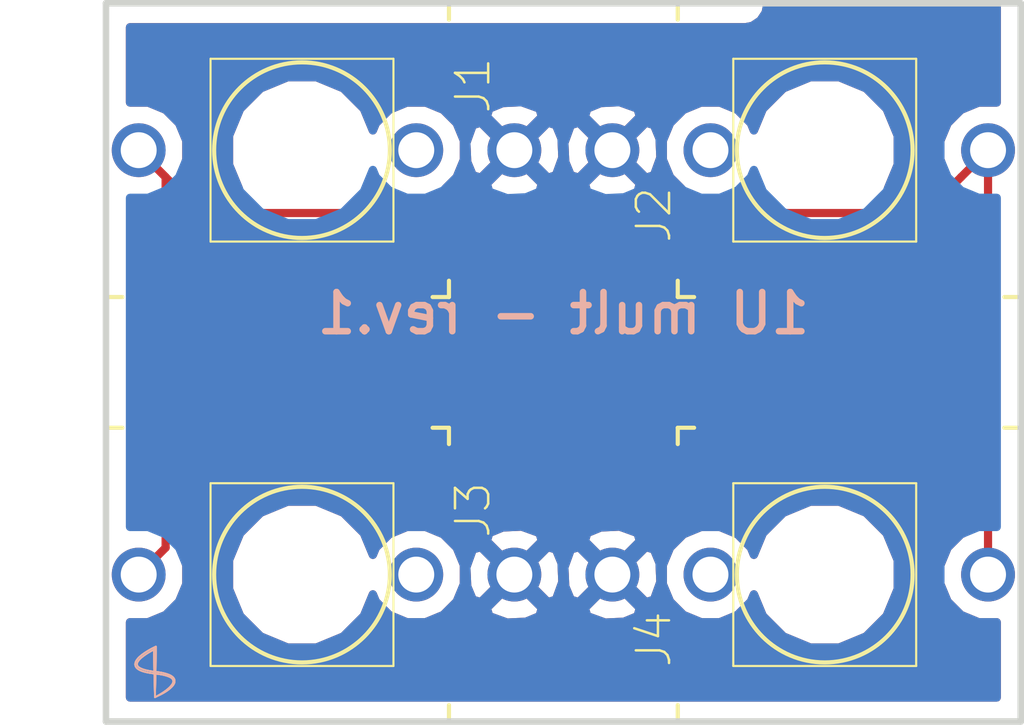
<source format=kicad_pcb>
(kicad_pcb (version 20171130) (host pcbnew "(5.0.0)")

  (general
    (thickness 1.6)
    (drawings 5)
    (tracks 8)
    (zones 0)
    (modules 5)
    (nets 3)
  )

  (page A4)
  (layers
    (0 F.Cu signal)
    (31 B.Cu signal)
    (32 B.Adhes user)
    (33 F.Adhes user)
    (34 B.Paste user)
    (35 F.Paste user)
    (36 B.SilkS user)
    (37 F.SilkS user)
    (38 B.Mask user)
    (39 F.Mask user)
    (40 Dwgs.User user)
    (41 Cmts.User user)
    (42 Eco1.User user)
    (43 Eco2.User user)
    (44 Edge.Cuts user)
    (45 Margin user)
    (46 B.CrtYd user)
    (47 F.CrtYd user)
    (48 B.Fab user)
    (49 F.Fab user)
  )

  (setup
    (last_trace_width 0.25)
    (trace_clearance 0.2)
    (zone_clearance 0.508)
    (zone_45_only no)
    (trace_min 0.2)
    (segment_width 0.2)
    (edge_width 0.15)
    (via_size 0.8)
    (via_drill 0.4)
    (via_min_size 0.4)
    (via_min_drill 0.3)
    (uvia_size 0.3)
    (uvia_drill 0.1)
    (uvias_allowed no)
    (uvia_min_size 0.2)
    (uvia_min_drill 0.1)
    (pcb_text_width 0.3)
    (pcb_text_size 1.5 1.5)
    (mod_edge_width 0.15)
    (mod_text_size 1 1)
    (mod_text_width 0.15)
    (pad_size 1.524 1.524)
    (pad_drill 0.762)
    (pad_to_mask_clearance 0.2)
    (aux_axis_origin 0 0)
    (visible_elements FFFFFF7F)
    (pcbplotparams
      (layerselection 0x010fc_ffffffff)
      (usegerberextensions false)
      (usegerberattributes false)
      (usegerberadvancedattributes false)
      (creategerberjobfile false)
      (excludeedgelayer true)
      (linewidth 0.100000)
      (plotframeref false)
      (viasonmask false)
      (mode 1)
      (useauxorigin false)
      (hpglpennumber 1)
      (hpglpenspeed 20)
      (hpglpendiameter 15.000000)
      (psnegative false)
      (psa4output false)
      (plotreference true)
      (plotvalue true)
      (plotinvisibletext false)
      (padsonsilk false)
      (subtractmaskfromsilk false)
      (outputformat 1)
      (mirror false)
      (drillshape 1)
      (scaleselection 1)
      (outputdirectory ""))
  )

  (net 0 "")
  (net 1 GND)
  (net 2 "Net-(J1-PadP$1_TIP)")

  (net_class Default "Dit is de standaard class."
    (clearance 0.2)
    (trace_width 0.25)
    (via_dia 0.8)
    (via_drill 0.4)
    (uvia_dia 0.3)
    (uvia_drill 0.1)
    (add_net GND)
    (add_net "Net-(J1-PadP$1_TIP)")
  )

  (module Coriolis-KiCad:MusicThingModular-WQP-PJ301M-12_JACK (layer F.Cu) (tedit 5B8457B3) (tstamp 5B8A9DC5)
    (at 6 4.5 90)
    (path /5B845388)
    (attr virtual)
    (fp_text reference J1 (at 1.9812 5.2324 270) (layer F.SilkS)
      (effects (font (size 1.016 1.016) (thickness 0.0762)))
    )
    (fp_text value THONKICONNNEW (at 0 0 90) (layer F.SilkS) hide
      (effects (font (size 1.27 1.27) (thickness 0.15)))
    )
    (fp_line (start -2.79908 2.79908) (end 2.79908 2.79908) (layer F.SilkS) (width 0.06604))
    (fp_line (start 2.79908 2.79908) (end 2.79908 -2.79908) (layer F.SilkS) (width 0.06604))
    (fp_line (start -2.79908 -2.79908) (end 2.79908 -2.79908) (layer F.SilkS) (width 0.06604))
    (fp_line (start -2.79908 2.79908) (end -2.79908 -2.79908) (layer F.SilkS) (width 0.06604))
    (fp_line (start -4.49834 -5.99948) (end -1.4986 -5.99948) (layer Dwgs.User) (width 0.127))
    (fp_line (start -1.4986 -5.99948) (end 1.4986 -5.99948) (layer Dwgs.User) (width 0.127))
    (fp_line (start 1.4986 -5.99948) (end 4.49834 -5.99948) (layer Dwgs.User) (width 0.127))
    (fp_line (start -4.49834 -5.99948) (end -4.49834 4.49834) (layer Dwgs.User) (width 0.127))
    (fp_line (start -4.49834 4.49834) (end 0.19812 4.49834) (layer Dwgs.User) (width 0.127))
    (fp_line (start 0.19812 4.49834) (end 4.49834 4.49834) (layer Dwgs.User) (width 0.127))
    (fp_line (start 4.49834 4.49834) (end 4.49834 -5.99948) (layer Dwgs.User) (width 0.127))
    (fp_line (start -1.4986 -5.99948) (end -1.4986 -3.99796) (layer Dwgs.User) (width 0.127))
    (fp_line (start -1.4986 -3.99796) (end 1.4986 -3.99796) (layer Dwgs.User) (width 0.127))
    (fp_line (start 1.4986 -3.99796) (end 1.4986 -5.99948) (layer Dwgs.User) (width 0.127))
    (fp_line (start -0.19812 4.59994) (end -0.19812 6.69798) (layer Dwgs.User) (width 0.127))
    (fp_line (start -0.19812 6.69798) (end 0.19812 6.69798) (layer Dwgs.User) (width 0.127))
    (fp_line (start 0.19812 6.69798) (end 0.19812 4.49834) (layer Dwgs.User) (width 0.127))
    (fp_line (start -4.49834 -5.4991) (end -4.49834 -5.99948) (layer F.SilkS) (width 0.127))
    (fp_line (start -4.49834 -5.99948) (end -3.99796 -5.99948) (layer F.SilkS) (width 0.127))
    (fp_line (start 3.99796 -5.99948) (end 4.49834 -5.99948) (layer F.SilkS) (width 0.127))
    (fp_line (start 4.49834 -5.99948) (end 4.49834 -5.4991) (layer F.SilkS) (width 0.127))
    (fp_line (start 4.49834 3.99796) (end 4.49834 4.49834) (layer F.SilkS) (width 0.127))
    (fp_line (start 4.49834 4.49834) (end 3.99796 4.49834) (layer F.SilkS) (width 0.127))
    (fp_line (start -4.49834 3.99796) (end -4.49834 4.49834) (layer F.SilkS) (width 0.127))
    (fp_line (start -4.49834 4.49834) (end -3.99796 4.49834) (layer F.SilkS) (width 0.127))
    (fp_circle (center 0 0) (end 0 -3.15976) (layer Dwgs.User) (width 0.127))
    (fp_circle (center 0 0) (end 0 -2.68986) (layer F.SilkS) (width 0.127))
    (pad P$1_TIP thru_hole circle (at 0 -4.99872 90) (size 1.64846 1.64846) (drill 1.09982) (layers *.Cu *.Paste *.Mask)
      (net 2 "Net-(J1-PadP$1_TIP)"))
    (pad P$2_SWITCH thru_hole circle (at 0 3.49758 90) (size 1.64846 1.64846) (drill 1.09982) (layers *.Cu *.Paste *.Mask))
    (pad P$3_SLEEVE thru_hole circle (at 0 6.49986 90) (size 1.64846 1.64846) (drill 1.09982) (layers *.Cu *.Paste *.Mask)
      (net 1 GND))
    (pad "" np_thru_hole circle (at 0 0 90) (size 3.2 3.2) (drill 3.2) (layers *.Cu *.Mask))
  )

  (module Coriolis-KiCad:MusicThingModular-WQP-PJ301M-12_JACK (layer F.Cu) (tedit 5B8457AE) (tstamp 5B8A9DE8)
    (at 22 4.5 270)
    (path /5B84546A)
    (attr virtual)
    (fp_text reference J2 (at 1.9812 5.2324 90) (layer F.SilkS)
      (effects (font (size 1.016 1.016) (thickness 0.0762)))
    )
    (fp_text value THONKICONNNEW (at 0 0 270) (layer F.SilkS) hide
      (effects (font (size 1.27 1.27) (thickness 0.15)))
    )
    (fp_circle (center 0 0) (end 0 -2.68986) (layer F.SilkS) (width 0.127))
    (fp_circle (center 0 0) (end 0 -3.15976) (layer Dwgs.User) (width 0.127))
    (fp_line (start -4.49834 4.49834) (end -3.99796 4.49834) (layer F.SilkS) (width 0.127))
    (fp_line (start -4.49834 3.99796) (end -4.49834 4.49834) (layer F.SilkS) (width 0.127))
    (fp_line (start 4.49834 4.49834) (end 3.99796 4.49834) (layer F.SilkS) (width 0.127))
    (fp_line (start 4.49834 3.99796) (end 4.49834 4.49834) (layer F.SilkS) (width 0.127))
    (fp_line (start 4.49834 -5.99948) (end 4.49834 -5.4991) (layer F.SilkS) (width 0.127))
    (fp_line (start 3.99796 -5.99948) (end 4.49834 -5.99948) (layer F.SilkS) (width 0.127))
    (fp_line (start -4.49834 -5.99948) (end -3.99796 -5.99948) (layer F.SilkS) (width 0.127))
    (fp_line (start -4.49834 -5.4991) (end -4.49834 -5.99948) (layer F.SilkS) (width 0.127))
    (fp_line (start 0.19812 6.69798) (end 0.19812 4.49834) (layer Dwgs.User) (width 0.127))
    (fp_line (start -0.19812 6.69798) (end 0.19812 6.69798) (layer Dwgs.User) (width 0.127))
    (fp_line (start -0.19812 4.59994) (end -0.19812 6.69798) (layer Dwgs.User) (width 0.127))
    (fp_line (start 1.4986 -3.99796) (end 1.4986 -5.99948) (layer Dwgs.User) (width 0.127))
    (fp_line (start -1.4986 -3.99796) (end 1.4986 -3.99796) (layer Dwgs.User) (width 0.127))
    (fp_line (start -1.4986 -5.99948) (end -1.4986 -3.99796) (layer Dwgs.User) (width 0.127))
    (fp_line (start 4.49834 4.49834) (end 4.49834 -5.99948) (layer Dwgs.User) (width 0.127))
    (fp_line (start 0.19812 4.49834) (end 4.49834 4.49834) (layer Dwgs.User) (width 0.127))
    (fp_line (start -4.49834 4.49834) (end 0.19812 4.49834) (layer Dwgs.User) (width 0.127))
    (fp_line (start -4.49834 -5.99948) (end -4.49834 4.49834) (layer Dwgs.User) (width 0.127))
    (fp_line (start 1.4986 -5.99948) (end 4.49834 -5.99948) (layer Dwgs.User) (width 0.127))
    (fp_line (start -1.4986 -5.99948) (end 1.4986 -5.99948) (layer Dwgs.User) (width 0.127))
    (fp_line (start -4.49834 -5.99948) (end -1.4986 -5.99948) (layer Dwgs.User) (width 0.127))
    (fp_line (start -2.79908 2.79908) (end -2.79908 -2.79908) (layer F.SilkS) (width 0.06604))
    (fp_line (start -2.79908 -2.79908) (end 2.79908 -2.79908) (layer F.SilkS) (width 0.06604))
    (fp_line (start 2.79908 2.79908) (end 2.79908 -2.79908) (layer F.SilkS) (width 0.06604))
    (fp_line (start -2.79908 2.79908) (end 2.79908 2.79908) (layer F.SilkS) (width 0.06604))
    (pad "" np_thru_hole circle (at 0 0 270) (size 3.2 3.2) (drill 3.2) (layers *.Cu *.Mask))
    (pad P$3_SLEEVE thru_hole circle (at 0 6.49986 270) (size 1.64846 1.64846) (drill 1.09982) (layers *.Cu *.Paste *.Mask)
      (net 1 GND))
    (pad P$2_SWITCH thru_hole circle (at 0 3.49758 270) (size 1.64846 1.64846) (drill 1.09982) (layers *.Cu *.Paste *.Mask))
    (pad P$1_TIP thru_hole circle (at 0 -4.99872 270) (size 1.64846 1.64846) (drill 1.09982) (layers *.Cu *.Paste *.Mask)
      (net 2 "Net-(J1-PadP$1_TIP)"))
  )

  (module Coriolis-KiCad:MusicThingModular-WQP-PJ301M-12_JACK (layer F.Cu) (tedit 5B8457B7) (tstamp 5B8A9E0B)
    (at 6 17.5 90)
    (path /5B84548E)
    (attr virtual)
    (fp_text reference J3 (at 1.9812 5.2324 270) (layer F.SilkS)
      (effects (font (size 1.016 1.016) (thickness 0.0762)))
    )
    (fp_text value THONKICONNNEW (at 0 0 90) (layer F.SilkS) hide
      (effects (font (size 1.27 1.27) (thickness 0.15)))
    )
    (fp_line (start -2.79908 2.79908) (end 2.79908 2.79908) (layer F.SilkS) (width 0.06604))
    (fp_line (start 2.79908 2.79908) (end 2.79908 -2.79908) (layer F.SilkS) (width 0.06604))
    (fp_line (start -2.79908 -2.79908) (end 2.79908 -2.79908) (layer F.SilkS) (width 0.06604))
    (fp_line (start -2.79908 2.79908) (end -2.79908 -2.79908) (layer F.SilkS) (width 0.06604))
    (fp_line (start -4.49834 -5.99948) (end -1.4986 -5.99948) (layer Dwgs.User) (width 0.127))
    (fp_line (start -1.4986 -5.99948) (end 1.4986 -5.99948) (layer Dwgs.User) (width 0.127))
    (fp_line (start 1.4986 -5.99948) (end 4.49834 -5.99948) (layer Dwgs.User) (width 0.127))
    (fp_line (start -4.49834 -5.99948) (end -4.49834 4.49834) (layer Dwgs.User) (width 0.127))
    (fp_line (start -4.49834 4.49834) (end 0.19812 4.49834) (layer Dwgs.User) (width 0.127))
    (fp_line (start 0.19812 4.49834) (end 4.49834 4.49834) (layer Dwgs.User) (width 0.127))
    (fp_line (start 4.49834 4.49834) (end 4.49834 -5.99948) (layer Dwgs.User) (width 0.127))
    (fp_line (start -1.4986 -5.99948) (end -1.4986 -3.99796) (layer Dwgs.User) (width 0.127))
    (fp_line (start -1.4986 -3.99796) (end 1.4986 -3.99796) (layer Dwgs.User) (width 0.127))
    (fp_line (start 1.4986 -3.99796) (end 1.4986 -5.99948) (layer Dwgs.User) (width 0.127))
    (fp_line (start -0.19812 4.59994) (end -0.19812 6.69798) (layer Dwgs.User) (width 0.127))
    (fp_line (start -0.19812 6.69798) (end 0.19812 6.69798) (layer Dwgs.User) (width 0.127))
    (fp_line (start 0.19812 6.69798) (end 0.19812 4.49834) (layer Dwgs.User) (width 0.127))
    (fp_line (start -4.49834 -5.4991) (end -4.49834 -5.99948) (layer F.SilkS) (width 0.127))
    (fp_line (start -4.49834 -5.99948) (end -3.99796 -5.99948) (layer F.SilkS) (width 0.127))
    (fp_line (start 3.99796 -5.99948) (end 4.49834 -5.99948) (layer F.SilkS) (width 0.127))
    (fp_line (start 4.49834 -5.99948) (end 4.49834 -5.4991) (layer F.SilkS) (width 0.127))
    (fp_line (start 4.49834 3.99796) (end 4.49834 4.49834) (layer F.SilkS) (width 0.127))
    (fp_line (start 4.49834 4.49834) (end 3.99796 4.49834) (layer F.SilkS) (width 0.127))
    (fp_line (start -4.49834 3.99796) (end -4.49834 4.49834) (layer F.SilkS) (width 0.127))
    (fp_line (start -4.49834 4.49834) (end -3.99796 4.49834) (layer F.SilkS) (width 0.127))
    (fp_circle (center 0 0) (end 0 -3.15976) (layer Dwgs.User) (width 0.127))
    (fp_circle (center 0 0) (end 0 -2.68986) (layer F.SilkS) (width 0.127))
    (pad P$1_TIP thru_hole circle (at 0 -4.99872 90) (size 1.64846 1.64846) (drill 1.09982) (layers *.Cu *.Paste *.Mask)
      (net 2 "Net-(J1-PadP$1_TIP)"))
    (pad P$2_SWITCH thru_hole circle (at 0 3.49758 90) (size 1.64846 1.64846) (drill 1.09982) (layers *.Cu *.Paste *.Mask))
    (pad P$3_SLEEVE thru_hole circle (at 0 6.49986 90) (size 1.64846 1.64846) (drill 1.09982) (layers *.Cu *.Paste *.Mask)
      (net 1 GND))
    (pad "" np_thru_hole circle (at 0 0 90) (size 3.2 3.2) (drill 3.2) (layers *.Cu *.Mask))
  )

  (module Coriolis-KiCad:MusicThingModular-WQP-PJ301M-12_JACK (layer F.Cu) (tedit 5B8457BA) (tstamp 5B8A9E2E)
    (at 22 17.5 270)
    (path /5B8454BC)
    (attr virtual)
    (fp_text reference J4 (at 1.9812 5.2324 90) (layer F.SilkS)
      (effects (font (size 1.016 1.016) (thickness 0.0762)))
    )
    (fp_text value THONKICONNNEW (at 0 0 270) (layer F.SilkS) hide
      (effects (font (size 1.27 1.27) (thickness 0.15)))
    )
    (fp_circle (center 0 0) (end 0 -2.68986) (layer F.SilkS) (width 0.127))
    (fp_circle (center 0 0) (end 0 -3.15976) (layer Dwgs.User) (width 0.127))
    (fp_line (start -4.49834 4.49834) (end -3.99796 4.49834) (layer F.SilkS) (width 0.127))
    (fp_line (start -4.49834 3.99796) (end -4.49834 4.49834) (layer F.SilkS) (width 0.127))
    (fp_line (start 4.49834 4.49834) (end 3.99796 4.49834) (layer F.SilkS) (width 0.127))
    (fp_line (start 4.49834 3.99796) (end 4.49834 4.49834) (layer F.SilkS) (width 0.127))
    (fp_line (start 4.49834 -5.99948) (end 4.49834 -5.4991) (layer F.SilkS) (width 0.127))
    (fp_line (start 3.99796 -5.99948) (end 4.49834 -5.99948) (layer F.SilkS) (width 0.127))
    (fp_line (start -4.49834 -5.99948) (end -3.99796 -5.99948) (layer F.SilkS) (width 0.127))
    (fp_line (start -4.49834 -5.4991) (end -4.49834 -5.99948) (layer F.SilkS) (width 0.127))
    (fp_line (start 0.19812 6.69798) (end 0.19812 4.49834) (layer Dwgs.User) (width 0.127))
    (fp_line (start -0.19812 6.69798) (end 0.19812 6.69798) (layer Dwgs.User) (width 0.127))
    (fp_line (start -0.19812 4.59994) (end -0.19812 6.69798) (layer Dwgs.User) (width 0.127))
    (fp_line (start 1.4986 -3.99796) (end 1.4986 -5.99948) (layer Dwgs.User) (width 0.127))
    (fp_line (start -1.4986 -3.99796) (end 1.4986 -3.99796) (layer Dwgs.User) (width 0.127))
    (fp_line (start -1.4986 -5.99948) (end -1.4986 -3.99796) (layer Dwgs.User) (width 0.127))
    (fp_line (start 4.49834 4.49834) (end 4.49834 -5.99948) (layer Dwgs.User) (width 0.127))
    (fp_line (start 0.19812 4.49834) (end 4.49834 4.49834) (layer Dwgs.User) (width 0.127))
    (fp_line (start -4.49834 4.49834) (end 0.19812 4.49834) (layer Dwgs.User) (width 0.127))
    (fp_line (start -4.49834 -5.99948) (end -4.49834 4.49834) (layer Dwgs.User) (width 0.127))
    (fp_line (start 1.4986 -5.99948) (end 4.49834 -5.99948) (layer Dwgs.User) (width 0.127))
    (fp_line (start -1.4986 -5.99948) (end 1.4986 -5.99948) (layer Dwgs.User) (width 0.127))
    (fp_line (start -4.49834 -5.99948) (end -1.4986 -5.99948) (layer Dwgs.User) (width 0.127))
    (fp_line (start -2.79908 2.79908) (end -2.79908 -2.79908) (layer F.SilkS) (width 0.06604))
    (fp_line (start -2.79908 -2.79908) (end 2.79908 -2.79908) (layer F.SilkS) (width 0.06604))
    (fp_line (start 2.79908 2.79908) (end 2.79908 -2.79908) (layer F.SilkS) (width 0.06604))
    (fp_line (start -2.79908 2.79908) (end 2.79908 2.79908) (layer F.SilkS) (width 0.06604))
    (pad "" np_thru_hole circle (at 0 0 270) (size 3.2 3.2) (drill 3.2) (layers *.Cu *.Mask))
    (pad P$3_SLEEVE thru_hole circle (at 0 6.49986 270) (size 1.64846 1.64846) (drill 1.09982) (layers *.Cu *.Paste *.Mask)
      (net 1 GND))
    (pad P$2_SWITCH thru_hole circle (at 0 3.49758 270) (size 1.64846 1.64846) (drill 1.09982) (layers *.Cu *.Paste *.Mask))
    (pad P$1_TIP thru_hole circle (at 0 -4.99872 270) (size 1.64846 1.64846) (drill 1.09982) (layers *.Cu *.Paste *.Mask)
      (net 2 "Net-(J1-PadP$1_TIP)"))
  )

  (module Coriolis-KiCad:art_CoriolisEmblem (layer B.Cu) (tedit 5A759BAA) (tstamp 5B8AE39C)
    (at 1.5 20.5 180)
    (fp_text reference REF** (at 0 -2.54 180) (layer B.SilkS) hide
      (effects (font (size 1 1) (thickness 0.15)) (justify mirror))
    )
    (fp_text value CoriolisLogo (at 0 2.54 180) (layer B.Fab)
      (effects (font (size 1 1) (thickness 0.15)) (justify mirror))
    )
    (fp_line (start 0.170343 0.050301) (end 0.160267 0.048513) (layer B.SilkS) (width 0.05))
    (fp_line (start 0.140073 0.045083) (end 0.129956 0.04344) (layer B.SilkS) (width 0.05))
    (fp_line (start 0.089441 0.037319) (end 0.079305 0.035897) (layer B.SilkS) (width 0.05))
    (fp_line (start 0.180425 0.052144) (end 0.170343 0.050301) (layer B.SilkS) (width 0.05))
    (fp_line (start 0.339598 0.090434) (end 0.329807 0.087441) (layer B.SilkS) (width 0.05))
    (fp_line (start 0.129956 0.04344) (end 0.119833 0.041842) (layer B.SilkS) (width 0.05))
    (fp_line (start 0.099583 0.038785) (end 0.089441 0.037319) (layer B.SilkS) (width 0.05))
    (fp_line (start 0.04886 0.031869) (end 0.038695 0.030602) (layer B.SilkS) (width 0.05))
    (fp_line (start 0.119833 0.041842) (end 0.109711 0.040292) (layer B.SilkS) (width 0.05))
    (fp_line (start 0.250605 0.066647) (end 0.240617 0.064388) (layer B.SilkS) (width 0.05))
    (fp_line (start 0.26057 0.068974) (end 0.250605 0.066647) (layer B.SilkS) (width 0.05))
    (fp_line (start 0.059014 0.033173) (end 0.04886 0.031869) (layer B.SilkS) (width 0.05))
    (fp_line (start 0.329807 0.087441) (end 0.319982 0.084544) (layer B.SilkS) (width 0.05))
    (fp_line (start -0.001969 0.025897) (end -0.002011 0.025892) (layer B.SilkS) (width 0.05))
    (fp_line (start 0.280458 0.073845) (end 0.270525 0.071373) (layer B.SilkS) (width 0.05))
    (fp_line (start -0.002011 0.025892) (end -0.002009 0.025895) (layer B.SilkS) (width 0.05))
    (fp_line (start 0.018377 0.02818) (end 0.008201 0.027021) (layer B.SilkS) (width 0.05))
    (fp_line (start 0.270525 0.071373) (end 0.26057 0.068974) (layer B.SilkS) (width 0.05))
    (fp_line (start 0.378434 0.103486) (end 0.368787 0.100051) (layer B.SilkS) (width 0.05))
    (fp_line (start 0.069158 0.034515) (end 0.059014 0.033173) (layer B.SilkS) (width 0.05))
    (fp_line (start 0.23061 0.062194) (end 0.220604 0.060067) (layer B.SilkS) (width 0.05))
    (fp_line (start 0.300258 0.079024) (end 0.290372 0.076395) (layer B.SilkS) (width 0.05))
    (fp_line (start 0.200541 0.055991) (end 0.190494 0.054041) (layer B.SilkS) (width 0.05))
    (fp_line (start 0.349365 0.093531) (end 0.339598 0.090434) (layer B.SilkS) (width 0.05))
    (fp_line (start 0.079305 0.035897) (end 0.069158 0.034515) (layer B.SilkS) (width 0.05))
    (fp_line (start 0.310125 0.081738) (end 0.300258 0.079024) (layer B.SilkS) (width 0.05))
    (fp_line (start 0.160267 0.048513) (end 0.150182 0.046775) (layer B.SilkS) (width 0.05))
    (fp_line (start 0.210584 0.058) (end 0.200541 0.055991) (layer B.SilkS) (width 0.05))
    (fp_line (start 0.028543 0.029374) (end 0.018377 0.02818) (layer B.SilkS) (width 0.05))
    (fp_line (start 0.150182 0.046775) (end 0.140073 0.045083) (layer B.SilkS) (width 0.05))
    (fp_line (start 0.359091 0.096733) (end 0.349365 0.093531) (layer B.SilkS) (width 0.05))
    (fp_line (start 0.290372 0.076395) (end 0.280458 0.073845) (layer B.SilkS) (width 0.05))
    (fp_line (start 0.109711 0.040292) (end 0.099583 0.038785) (layer B.SilkS) (width 0.05))
    (fp_line (start 0.190494 0.054041) (end 0.180425 0.052144) (layer B.SilkS) (width 0.05))
    (fp_line (start 0.319982 0.084544) (end 0.310125 0.081738) (layer B.SilkS) (width 0.05))
    (fp_line (start 0.368787 0.100051) (end 0.359091 0.096733) (layer B.SilkS) (width 0.05))
    (fp_line (start 0.038695 0.030602) (end 0.028543 0.029374) (layer B.SilkS) (width 0.05))
    (fp_line (start 0.240617 0.064388) (end 0.23061 0.062194) (layer B.SilkS) (width 0.05))
    (fp_line (start 0.008201 0.027021) (end -0.001969 0.025897) (layer B.SilkS) (width 0.05))
    (fp_line (start 0.220604 0.060067) (end 0.210584 0.058) (layer B.SilkS) (width 0.05))
    (fp_line (start 0.316559 0.531369) (end 0.324973 0.525363) (layer B.SilkS) (width 0.05))
    (fp_line (start 0.39065 0.475192) (end 0.398617 0.468621) (layer B.SilkS) (width 0.05))
    (fp_line (start 0.349963 0.507011) (end 0.358204 0.500777) (layer B.SilkS) (width 0.05))
    (fp_line (start 0.333342 0.519305) (end 0.341669 0.513191) (layer B.SilkS) (width 0.05))
    (fp_line (start 0.444923 0.427413) (end 0.452332 0.420211) (layer B.SilkS) (width 0.05))
    (fp_line (start 0.407063 0.114581) (end 0.397568 0.110739) (layer B.SilkS) (width 0.05))
    (fp_line (start 0.291119 0.549064) (end 0.299632 0.543217) (layer B.SilkS) (width 0.05))
    (fp_line (start 0.416491 0.118574) (end 0.407063 0.114581) (layer B.SilkS) (width 0.05))
    (fp_line (start 0.282561 0.55487) (end 0.291119 0.549064) (layer B.SilkS) (width 0.05))
    (fp_line (start 0.462348 0.141271) (end 0.453384 0.136315) (layer B.SilkS) (width 0.05))
    (fp_line (start 0.425845 0.12273) (end 0.416491 0.118574) (layer B.SilkS) (width 0.05))
    (fp_line (start 0.414364 0.455234) (end 0.422136 0.44841) (layer B.SilkS) (width 0.05))
    (fp_line (start 0.429815 0.441509) (end 0.43741 0.434515) (layer B.SilkS) (width 0.05))
    (fp_line (start 0.479824 0.151933) (end 0.471171 0.14647) (layer B.SilkS) (width 0.05))
    (fp_line (start 0.341669 0.513191) (end 0.349963 0.507011) (layer B.SilkS) (width 0.05))
    (fp_line (start 0.444305 0.131586) (end 0.435115 0.12706) (layer B.SilkS) (width 0.05))
    (fp_line (start 0.547793 0.27801) (end 0.549365 0.267935) (layer B.SilkS) (width 0.05))
    (fp_line (start 0.374528 0.488125) (end 0.382613 0.481697) (layer B.SilkS) (width 0.05))
    (fp_line (start 0.466822 0.405464) (end 0.473794 0.398031) (layer B.SilkS) (width 0.05))
    (fp_line (start 0.308111 0.53732) (end 0.316559 0.531369) (layer B.SilkS) (width 0.05))
    (fp_line (start 0.324973 0.525363) (end 0.333342 0.519305) (layer B.SilkS) (width 0.05))
    (fp_line (start 0.488283 0.157688) (end 0.479824 0.151933) (layer B.SilkS) (width 0.05))
    (fp_line (start 0.525909 0.192131) (end 0.519261 0.18435) (layer B.SilkS) (width 0.05))
    (fp_line (start 0.382613 0.481697) (end 0.39065 0.475192) (layer B.SilkS) (width 0.05))
    (fp_line (start 0.542202 0.297572) (end 0.545369 0.287895) (layer B.SilkS) (width 0.05))
    (fp_line (start 0.493997 0.375084) (end 0.500434 0.367189) (layer B.SilkS) (width 0.05))
    (fp_line (start 0.43741 0.434515) (end 0.444923 0.427413) (layer B.SilkS) (width 0.05))
    (fp_line (start 0.388029 0.107047) (end 0.378434 0.103486) (layer B.SilkS) (width 0.05))
    (fp_line (start 0.397568 0.110739) (end 0.388029 0.107047) (layer B.SilkS) (width 0.05))
    (fp_line (start 0.435115 0.12706) (end 0.425845 0.12273) (layer B.SilkS) (width 0.05))
    (fp_line (start 0.529253 0.325229) (end 0.534055 0.316241) (layer B.SilkS) (width 0.05))
    (fp_line (start 0.534055 0.316241) (end 0.5384 0.307021) (layer B.SilkS) (width 0.05))
    (fp_line (start 0.506691 0.359145) (end 0.512739 0.350941) (layer B.SilkS) (width 0.05))
    (fp_line (start 0.54801 0.237533) (end 0.545409 0.227695) (layer B.SilkS) (width 0.05))
    (fp_line (start 0.453384 0.136315) (end 0.444305 0.131586) (layer B.SilkS) (width 0.05))
    (fp_line (start 0.531913 0.200356) (end 0.525909 0.192131) (layer B.SilkS) (width 0.05))
    (fp_line (start 0.518539 0.342569) (end 0.524058 0.334006) (layer B.SilkS) (width 0.05))
    (fp_line (start 0.422136 0.44841) (end 0.429815 0.441509) (layer B.SilkS) (width 0.05))
    (fp_line (start 0.549535 0.247595) (end 0.54801 0.237533) (layer B.SilkS) (width 0.05))
    (fp_line (start 0.480659 0.390495) (end 0.487398 0.38285) (layer B.SilkS) (width 0.05))
    (fp_line (start 0.496511 0.163769) (end 0.488283 0.157688) (layer B.SilkS) (width 0.05))
    (fp_line (start 0.504461 0.17021) (end 0.496511 0.163769) (layer B.SilkS) (width 0.05))
    (fp_line (start 0.545409 0.227695) (end 0.541785 0.218164) (layer B.SilkS) (width 0.05))
    (fp_line (start 0.512739 0.350941) (end 0.518539 0.342569) (layer B.SilkS) (width 0.05))
    (fp_line (start 0.459633 0.412899) (end 0.466822 0.405464) (layer B.SilkS) (width 0.05))
    (fp_line (start 0.366393 0.494482) (end 0.374528 0.488125) (layer B.SilkS) (width 0.05))
    (fp_line (start 0.398617 0.468621) (end 0.406526 0.461967) (layer B.SilkS) (width 0.05))
    (fp_line (start 0.358204 0.500777) (end 0.366393 0.494482) (layer B.SilkS) (width 0.05))
    (fp_line (start 0.299632 0.543217) (end 0.308111 0.53732) (layer B.SilkS) (width 0.05))
    (fp_line (start 0.537249 0.209042) (end 0.531913 0.200356) (layer B.SilkS) (width 0.05))
    (fp_line (start 0.5384 0.307021) (end 0.542202 0.297572) (layer B.SilkS) (width 0.05))
    (fp_line (start 0.524058 0.334006) (end 0.529253 0.325229) (layer B.SilkS) (width 0.05))
    (fp_line (start 0.471171 0.14647) (end 0.462348 0.141271) (layer B.SilkS) (width 0.05))
    (fp_line (start 0.512077 0.177061) (end 0.504461 0.17021) (layer B.SilkS) (width 0.05))
    (fp_line (start 0.519261 0.18435) (end 0.512077 0.177061) (layer B.SilkS) (width 0.05))
    (fp_line (start 0.549972 0.257775) (end 0.549535 0.247595) (layer B.SilkS) (width 0.05))
    (fp_line (start 0.541785 0.218164) (end 0.537249 0.209042) (layer B.SilkS) (width 0.05))
    (fp_line (start 0.406526 0.461967) (end 0.414364 0.455234) (layer B.SilkS) (width 0.05))
    (fp_line (start 0.549365 0.267935) (end 0.549972 0.257775) (layer B.SilkS) (width 0.05))
    (fp_line (start 0.545369 0.287895) (end 0.547793 0.27801) (layer B.SilkS) (width 0.05))
    (fp_line (start 0.500434 0.367189) (end 0.506691 0.359145) (layer B.SilkS) (width 0.05))
    (fp_line (start 0.452332 0.420211) (end 0.459633 0.412899) (layer B.SilkS) (width 0.05))
    (fp_line (start 0.487398 0.38285) (end 0.493997 0.375084) (layer B.SilkS) (width 0.05))
    (fp_line (start 0.473794 0.398031) (end 0.480659 0.390495) (layer B.SilkS) (width 0.05))
    (fp_line (start -0.543467 -0.136941) (end -0.550798 -0.143938) (layer B.SilkS) (width 0.05))
    (fp_line (start -0.520037 -0.117576) (end -0.528069 -0.123763) (layer B.SilkS) (width 0.05))
    (fp_line (start -0.511808 -0.111653) (end -0.520037 -0.117576) (layer B.SilkS) (width 0.05))
    (fp_line (start -0.557864 -0.15121) (end -0.564644 -0.158753) (layer B.SilkS) (width 0.05))
    (fp_line (start -0.550798 -0.143938) (end -0.557864 -0.15121) (layer B.SilkS) (width 0.05))
    (fp_line (start -0.503405 -0.105989) (end -0.511808 -0.111653) (layer B.SilkS) (width 0.05))
    (fp_line (start -0.47727 -0.09045) (end -0.486119 -0.095396) (layer B.SilkS) (width 0.05))
    (fp_line (start -0.535892 -0.130223) (end -0.543467 -0.136941) (layer B.SilkS) (width 0.05))
    (fp_line (start -0.528069 -0.123763) (end -0.535892 -0.130223) (layer B.SilkS) (width 0.05))
    (fp_line (start -0.494834 -0.100572) (end -0.503405 -0.105989) (layer B.SilkS) (width 0.05))
    (fp_line (start -0.486119 -0.095396) (end -0.494834 -0.100572) (layer B.SilkS) (width 0.05))
    (fp_line (start -0.600212 -0.230802) (end -0.60195 -0.240819) (layer B.SilkS) (width 0.05))
    (fp_line (start -0.571116 -0.166552) (end -0.576996 -0.174842) (layer B.SilkS) (width 0.05))
    (fp_line (start -0.564644 -0.158753) (end -0.571116 -0.166552) (layer B.SilkS) (width 0.05))
    (fp_line (start -0.591284 -0.20171) (end -0.594872 -0.211213) (layer B.SilkS) (width 0.05))
    (fp_line (start -0.60195 -0.240819) (end -0.603057 -0.250912) (layer B.SilkS) (width 0.05))
    (fp_line (start -0.587099 -0.192457) (end -0.591284 -0.20171) (layer B.SilkS) (width 0.05))
    (fp_line (start -0.603057 -0.250912) (end -0.603533 -0.261056) (layer B.SilkS) (width 0.05))
    (fp_line (start -0.597851 -0.220925) (end -0.600212 -0.230802) (layer B.SilkS) (width 0.05))
    (fp_line (start -0.594872 -0.211213) (end -0.597851 -0.220925) (layer B.SilkS) (width 0.05))
    (fp_line (start -0.582327 -0.183482) (end -0.587099 -0.192457) (layer B.SilkS) (width 0.05))
    (fp_line (start -0.576996 -0.174842) (end -0.582327 -0.183482) (layer B.SilkS) (width 0.05))
    (fp_line (start -0.275603 -0.019085) (end -0.285579 -0.021589) (layer B.SilkS) (width 0.05))
    (fp_line (start -0.315373 -0.029573) (end -0.325256 -0.032397) (layer B.SilkS) (width 0.05))
    (fp_line (start -0.305462 -0.026831) (end -0.315373 -0.029573) (layer B.SilkS) (width 0.05))
    (fp_line (start -0.344945 -0.038299) (end -0.354736 -0.041376) (layer B.SilkS) (width 0.05))
    (fp_line (start -0.285579 -0.021589) (end -0.295527 -0.024169) (layer B.SilkS) (width 0.05))
    (fp_line (start -0.36451 -0.044545) (end -0.374252 -0.047804) (layer B.SilkS) (width 0.05))
    (fp_line (start -0.295527 -0.024169) (end -0.305462 -0.026831) (layer B.SilkS) (width 0.05))
    (fp_line (start -0.354736 -0.041376) (end -0.36451 -0.044545) (layer B.SilkS) (width 0.05))
    (fp_line (start -0.265618 -0.016659) (end -0.275603 -0.019085) (layer B.SilkS) (width 0.05))
    (fp_line (start -0.335118 -0.035306) (end -0.344945 -0.038299) (layer B.SilkS) (width 0.05))
    (fp_line (start -0.325256 -0.032397) (end -0.335118 -0.035306) (layer B.SilkS) (width 0.05))
    (fp_line (start 0.049467 0.692389) (end 0.058101 0.687871) (layer B.SilkS) (width 0.05))
    (fp_line (start 0.075318 0.678742) (end 0.083901 0.674131) (layer B.SilkS) (width 0.05))
    (fp_line (start 0.273981 0.560621) (end 0.282561 0.55487) (layer B.SilkS) (width 0.05))
    (fp_line (start 0.265359 0.566334) (end 0.273981 0.560621) (layer B.SilkS) (width 0.05))
    (fp_line (start 0.256712 0.571999) (end 0.265359 0.566334) (layer B.SilkS) (width 0.05))
    (fp_line (start 0.24804 0.577617) (end 0.256712 0.571999) (layer B.SilkS) (width 0.05))
    (fp_line (start 0.23934 0.583193) (end 0.24804 0.577617) (layer B.SilkS) (width 0.05))
    (fp_line (start 0.221846 0.594226) (end 0.230606 0.58873) (layer B.SilkS) (width 0.05))
    (fp_line (start 0.058101 0.687871) (end 0.066721 0.68332) (layer B.SilkS) (width 0.05))
    (fp_line (start 0.040811 0.696877) (end 0.049467 0.692389) (layer B.SilkS) (width 0.05))
    (fp_line (start 0.101018 0.664818) (end 0.109544 0.660121) (layer B.SilkS) (width 0.05))
    (fp_line (start 0.195446 0.610451) (end 0.20427 0.605082) (layer B.SilkS) (width 0.05))
    (fp_line (start 0.177715 0.621077) (end 0.186594 0.615782) (layer B.SilkS) (width 0.05))
    (fp_line (start 0.083901 0.674131) (end 0.092473 0.669487) (layer B.SilkS) (width 0.05))
    (fp_line (start 0.109544 0.660121) (end 0.118059 0.65539) (layer B.SilkS) (width 0.05))
    (fp_line (start 0.160402 0.631253) (end 0.16881 0.626335) (layer B.SilkS) (width 0.05))
    (fp_line (start 0.230606 0.58873) (end 0.23934 0.583193) (layer B.SilkS) (width 0.05))
    (fp_line (start 0.213066 0.599677) (end 0.221846 0.594226) (layer B.SilkS) (width 0.05))
    (fp_line (start 0.135042 0.645832) (end 0.143518 0.641002) (layer B.SilkS) (width 0.05))
    (fp_line (start 0.20427 0.605082) (end 0.213066 0.599677) (layer B.SilkS) (width 0.05))
    (fp_line (start 0.151965 0.636146) (end 0.160402 0.631253) (layer B.SilkS) (width 0.05))
    (fp_line (start 0.126554 0.650629) (end 0.135042 0.645832) (layer B.SilkS) (width 0.05))
    (fp_line (start 0.143518 0.641002) (end 0.151965 0.636146) (layer B.SilkS) (width 0.05))
    (fp_line (start 0.186594 0.615782) (end 0.195446 0.610451) (layer B.SilkS) (width 0.05))
    (fp_line (start 0.118059 0.65539) (end 0.126554 0.650629) (layer B.SilkS) (width 0.05))
    (fp_line (start 0.066721 0.68332) (end 0.075318 0.678742) (layer B.SilkS) (width 0.05))
    (fp_line (start 0.16881 0.626335) (end 0.177715 0.621077) (layer B.SilkS) (width 0.05))
    (fp_line (start 0.092473 0.669487) (end 0.101018 0.664818) (layer B.SilkS) (width 0.05))
    (fp_line (start 0.031175 0.666941) (end 0.031203 0.677333) (layer B.SilkS) (width 0.05))
    (fp_line (start 0.031144 0.65653) (end 0.031175 0.666941) (layer B.SilkS) (width 0.05))
    (fp_line (start 0.029719 0.438001) (end 0.029818 0.448406) (layer B.SilkS) (width 0.05))
    (fp_line (start 0.031292 0.739743) (end 0.031294 0.750138) (layer B.SilkS) (width 0.05))
    (fp_line (start 0.031264 0.70855) (end 0.031277 0.718945) (layer B.SilkS) (width 0.05))
    (fp_line (start 0.031247 0.698143) (end 0.031264 0.70855) (layer B.SilkS) (width 0.05))
    (fp_line (start 0.029511 0.417189) (end 0.029616 0.427587) (layer B.SilkS) (width 0.05))
    (fp_line (start 0.030099 0.47964) (end 0.030186 0.490045) (layer B.SilkS) (width 0.05))
    (fp_line (start 0.030709 0.562876) (end 0.030771 0.573279) (layer B.SilkS) (width 0.05))
    (fp_line (start 0.030351 0.510854) (end 0.030429 0.521266) (layer B.SilkS) (width 0.05))
    (fp_line (start 0.027878 0.281972) (end 0.028021 0.292379) (layer B.SilkS) (width 0.05))
    (fp_line (start 0.030575 0.542069) (end 0.030644 0.552478) (layer B.SilkS) (width 0.05))
    (fp_line (start 0.027585 0.261172) (end 0.027733 0.271576) (layer B.SilkS) (width 0.05))
    (fp_line (start 0.026967 0.219562) (end 0.027126 0.229971) (layer B.SilkS) (width 0.05))
    (fp_line (start 0.03111 0.646132) (end 0.031144 0.65653) (layer B.SilkS) (width 0.05))
    (fp_line (start 0.03027 0.50045) (end 0.030351 0.510854) (layer B.SilkS) (width 0.05))
    (fp_line (start 0.027733 0.271576) (end 0.027878 0.281972) (layer B.SilkS) (width 0.05))
    (fp_line (start -0.011522 0.723004) (end -0.004575 0.719711) (layer B.SilkS) (width 0.05))
    (fp_line (start 0.030186 0.490045) (end 0.03027 0.50045) (layer B.SilkS) (width 0.05))
    (fp_line (start 0.031071 0.635729) (end 0.03111 0.646132) (layer B.SilkS) (width 0.05))
    (fp_line (start 0.029818 0.448406) (end 0.029915 0.45882) (layer B.SilkS) (width 0.05))
    (fp_line (start 0.031287 0.729347) (end 0.031292 0.739743) (layer B.SilkS) (width 0.05))
    (fp_line (start 0.03103 0.625326) (end 0.031071 0.635729) (layer B.SilkS) (width 0.05))
    (fp_line (start 0.030829 0.583689) (end 0.030884 0.594098) (layer B.SilkS) (width 0.05))
    (fp_line (start 0.029177 0.385974) (end 0.029291 0.396374) (layer B.SilkS) (width 0.05))
    (fp_line (start 0.033136 0.700822) (end 0.040811 0.696877) (layer B.SilkS) (width 0.05))
    (fp_line (start 0.025453 0.704736) (end 0.033136 0.700822) (layer B.SilkS) (width 0.05))
    (fp_line (start 0.017751 0.708624) (end 0.025453 0.704736) (layer B.SilkS) (width 0.05))
    (fp_line (start 0.027282 0.240376) (end 0.027435 0.250769) (layer B.SilkS) (width 0.05))
    (fp_line (start 0.030884 0.594098) (end 0.030936 0.604506) (layer B.SilkS) (width 0.05))
    (fp_line (start 0.010045 0.712476) (end 0.017751 0.708624) (layer B.SilkS) (width 0.05))
    (fp_line (start 0.028431 0.323584) (end 0.028562 0.33398) (layer B.SilkS) (width 0.05))
    (fp_line (start 0.002316 0.716298) (end 0.010045 0.712476) (layer B.SilkS) (width 0.05))
    (fp_line (start 0.030008 0.469234) (end 0.030099 0.47964) (layer B.SilkS) (width 0.05))
    (fp_line (start -0.002959 0.728434) (end -0.011522 0.723004) (layer B.SilkS) (width 0.05))
    (fp_line (start 0.030985 0.614916) (end 0.03103 0.625326) (layer B.SilkS) (width 0.05))
    (fp_line (start 0.029291 0.396374) (end 0.029402 0.406785) (layer B.SilkS) (width 0.05))
    (fp_line (start 0.031227 0.687743) (end 0.031247 0.698143) (layer B.SilkS) (width 0.05))
    (fp_line (start 0.031203 0.677333) (end 0.031227 0.687743) (layer B.SilkS) (width 0.05))
    (fp_line (start 0.030429 0.521266) (end 0.030504 0.531676) (layer B.SilkS) (width 0.05))
    (fp_line (start 0.030644 0.552478) (end 0.030709 0.562876) (layer B.SilkS) (width 0.05))
    (fp_line (start 0.029059 0.375579) (end 0.029177 0.385974) (layer B.SilkS) (width 0.05))
    (fp_line (start 0.028297 0.313182) (end 0.028431 0.323584) (layer B.SilkS) (width 0.05))
    (fp_line (start 0.030504 0.531676) (end 0.030575 0.542069) (layer B.SilkS) (width 0.05))
    (fp_line (start 0.027435 0.250769) (end 0.027585 0.261172) (layer B.SilkS) (width 0.05))
    (fp_line (start 0.028817 0.354782) (end 0.02894 0.365185) (layer B.SilkS) (width 0.05))
    (fp_line (start -0.004575 0.719711) (end 0.002316 0.716298) (layer B.SilkS) (width 0.05))
    (fp_line (start 0.031277 0.718945) (end 0.031287 0.729347) (layer B.SilkS) (width 0.05))
    (fp_line (start 0.030936 0.604506) (end 0.030985 0.614916) (layer B.SilkS) (width 0.05))
    (fp_line (start 0.029616 0.427587) (end 0.029719 0.438001) (layer B.SilkS) (width 0.05))
    (fp_line (start 0.02894 0.365185) (end 0.029059 0.375579) (layer B.SilkS) (width 0.05))
    (fp_line (start 0.005611 0.733868) (end -0.002959 0.728434) (layer B.SilkS) (width 0.05))
    (fp_line (start 0.014166 0.739293) (end 0.005611 0.733868) (layer B.SilkS) (width 0.05))
    (fp_line (start 0.022733 0.744725) (end 0.014166 0.739293) (layer B.SilkS) (width 0.05))
    (fp_line (start 0.031294 0.750154) (end 0.022733 0.744725) (layer B.SilkS) (width 0.05))
    (fp_line (start 0.031294 0.750138) (end 0.031294 0.750154) (layer B.SilkS) (width 0.05))
    (fp_line (start 0.030771 0.573279) (end 0.030829 0.583689) (layer B.SilkS) (width 0.05))
    (fp_line (start 0.02816 0.302785) (end 0.028297 0.313182) (layer B.SilkS) (width 0.05))
    (fp_line (start 0.028021 0.292379) (end 0.02816 0.302785) (layer B.SilkS) (width 0.05))
    (fp_line (start 0.029915 0.45882) (end 0.030008 0.469234) (layer B.SilkS) (width 0.05))
    (fp_line (start 0.029402 0.406785) (end 0.029511 0.417189) (layer B.SilkS) (width 0.05))
    (fp_line (start 0.028691 0.344384) (end 0.028817 0.354782) (layer B.SilkS) (width 0.05))
    (fp_line (start 0.028562 0.33398) (end 0.028691 0.344384) (layer B.SilkS) (width 0.05))
    (fp_line (start 0.027126 0.229971) (end 0.027282 0.240376) (layer B.SilkS) (width 0.05))
    (fp_line (start -0.154786 0.005542) (end -0.164917 0.00383) (layer B.SilkS) (width 0.05))
    (fp_line (start -0.195261 -0.001648) (end -0.205352 -0.003594) (layer B.SilkS) (width 0.05))
    (fp_line (start -0.205352 -0.003594) (end -0.21544 -0.005604) (layer B.SilkS) (width 0.05))
    (fp_line (start -0.164917 0.00383) (end -0.175045 0.002061) (layer B.SilkS) (width 0.05))
    (fp_line (start -0.175045 0.002061) (end -0.185154 0.000237) (layer B.SilkS) (width 0.05))
    (fp_line (start -0.255621 -0.014308) (end -0.265618 -0.016659) (layer B.SilkS) (width 0.05))
    (fp_line (start -0.225515 -0.00768) (end -0.23557 -0.009821) (layer B.SilkS) (width 0.05))
    (fp_line (start -0.185154 0.000237) (end -0.195261 -0.001648) (layer B.SilkS) (width 0.05))
    (fp_line (start -0.245605 -0.01203) (end -0.255621 -0.014308) (layer B.SilkS) (width 0.05))
    (fp_line (start -0.21544 -0.005604) (end -0.225515 -0.00768) (layer B.SilkS) (width 0.05))
    (fp_line (start -0.23557 -0.009821) (end -0.245605 -0.01203) (layer B.SilkS) (width 0.05))
    (fp_line (start -0.60258 -0.281347) (end -0.601147 -0.291419) (layer B.SilkS) (width 0.05))
    (fp_line (start -0.596377 -0.311163) (end -0.592942 -0.320913) (layer B.SilkS) (width 0.05))
    (fp_line (start -0.575342 -0.358294) (end -0.570083 -0.367193) (layer B.SilkS) (width 0.05))
    (fp_line (start -0.58028 -0.34921) (end -0.575342 -0.358294) (layer B.SilkS) (width 0.05))
    (fp_line (start -0.584873 -0.339948) (end -0.58028 -0.34921) (layer B.SilkS) (width 0.05))
    (fp_line (start -0.5891 -0.330515) (end -0.584873 -0.339948) (layer B.SilkS) (width 0.05))
    (fp_line (start -0.603533 -0.261056) (end -0.603374 -0.271224) (layer B.SilkS) (width 0.05))
    (fp_line (start -0.601147 -0.291419) (end -0.599078 -0.301375) (layer B.SilkS) (width 0.05))
    (fp_line (start -0.592942 -0.320913) (end -0.5891 -0.330515) (layer B.SilkS) (width 0.05))
    (fp_line (start -0.599078 -0.301375) (end -0.596377 -0.311163) (layer B.SilkS) (width 0.05))
    (fp_line (start -0.603374 -0.271224) (end -0.60258 -0.281347) (layer B.SilkS) (width 0.05))
    (fp_line (start 0.025606 0.136358) (end 0.025786 0.146767) (layer B.SilkS) (width 0.05))
    (fp_line (start 0.02524 0.115549) (end 0.025425 0.125956) (layer B.SilkS) (width 0.05))
    (fp_line (start 0.025054 0.105143) (end 0.02524 0.115549) (layer B.SilkS) (width 0.05))
    (fp_line (start 0.023471 0.021912) (end 0.023677 0.032306) (layer B.SilkS) (width 0.05))
    (fp_line (start 0.023262 0.011501) (end 0.023471 0.021912) (layer B.SilkS) (width 0.05))
    (fp_line (start 0.022404 -0.030103) (end 0.022622 -0.019708) (layer B.SilkS) (width 0.05))
    (fp_line (start 0.02196 -0.050902) (end 0.022183 -0.040495) (layer B.SilkS) (width 0.05))
    (fp_line (start 0.022183 -0.040495) (end 0.022404 -0.030103) (layer B.SilkS) (width 0.05))
    (fp_line (start 0.022622 -0.019708) (end 0.022838 -0.009313) (layer B.SilkS) (width 0.05))
    (fp_line (start 0.023677 0.032306) (end 0.023881 0.042701) (layer B.SilkS) (width 0.05))
    (fp_line (start 0.024673 0.084335) (end 0.024865 0.094743) (layer B.SilkS) (width 0.05))
    (fp_line (start 0.021507 -0.071705) (end 0.021735 -0.061299) (layer B.SilkS) (width 0.05))
    (fp_line (start 0.024083 0.053112) (end 0.024282 0.063515) (layer B.SilkS) (width 0.05))
    (fp_line (start 0.025962 0.15716) (end 0.026136 0.167567) (layer B.SilkS) (width 0.05))
    (fp_line (start 0.024282 0.063515) (end 0.024479 0.073924) (layer B.SilkS) (width 0.05))
    (fp_line (start 0.023051 0.001098) (end 0.023262 0.011501) (layer B.SilkS) (width 0.05))
    (fp_line (start 0.021735 -0.061299) (end 0.02196 -0.050902) (layer B.SilkS) (width 0.05))
    (fp_line (start 0.025786 0.146767) (end 0.025962 0.15716) (layer B.SilkS) (width 0.05))
    (fp_line (start 0.023881 0.042701) (end 0.024083 0.053112) (layer B.SilkS) (width 0.05))
    (fp_line (start 0.026476 0.188358) (end 0.026643 0.198765) (layer B.SilkS) (width 0.05))
    (fp_line (start 0.022838 -0.009313) (end 0.023051 0.001098) (layer B.SilkS) (width 0.05))
    (fp_line (start 0.025425 0.125956) (end 0.025606 0.136358) (layer B.SilkS) (width 0.05))
    (fp_line (start 0.024479 0.073924) (end 0.024673 0.084335) (layer B.SilkS) (width 0.05))
    (fp_line (start 0.026806 0.209158) (end 0.026967 0.219562) (layer B.SilkS) (width 0.05))
    (fp_line (start 0.024865 0.094743) (end 0.025054 0.105143) (layer B.SilkS) (width 0.05))
    (fp_line (start 0.026136 0.167567) (end 0.026308 0.177962) (layer B.SilkS) (width 0.05))
    (fp_line (start 0.026643 0.198765) (end 0.026806 0.209158) (layer B.SilkS) (width 0.05))
    (fp_line (start 0.026308 0.177962) (end 0.026476 0.188358) (layer B.SilkS) (width 0.05))
    (fp_line (start 0.008229 -0.56049) (end 0.008565 -0.550091) (layer B.SilkS) (width 0.05))
    (fp_line (start 0.004722 -0.664455) (end 0.005086 -0.654048) (layer B.SilkS) (width 0.05))
    (fp_line (start 0.005086 -0.654048) (end 0.005447 -0.643645) (layer B.SilkS) (width 0.05))
    (fp_line (start 0.007549 -0.581287) (end 0.00789 -0.570885) (layer B.SilkS) (width 0.05))
    (fp_line (start 0.003986 -0.685245) (end 0.004356 -0.674846) (layer B.SilkS) (width 0.05))
    (fp_line (start 0.003235 -0.706049) (end 0.003612 -0.695644) (layer B.SilkS) (width 0.05))
    (fp_line (start 0.006159 -0.622854) (end 0.00651 -0.612463) (layer B.SilkS) (width 0.05))
    (fp_line (start 0.017551 -0.23816) (end 0.017815 -0.227765) (layer B.SilkS) (width 0.05))
    (fp_line (start 0.011479 -0.456528) (end 0.011791 -0.446139) (layer B.SilkS) (width 0.05))
    (fp_line (start 0.009229 -0.529306) (end 0.009558 -0.518917) (layer B.SilkS) (width 0.05))
    (fp_line (start 0.008565 -0.550091) (end 0.008898 -0.539701) (layer B.SilkS) (width 0.05))
    (fp_line (start 0.008898 -0.539701) (end 0.009229 -0.529306) (layer B.SilkS) (width 0.05))
    (fp_line (start 0.00651 -0.612463) (end 0.006859 -0.602071) (layer B.SilkS) (width 0.05))
    (fp_line (start 0.003612 -0.695644) (end 0.003986 -0.685245) (layer B.SilkS) (width 0.05))
    (fp_line (start 0.012713 -0.414946) (end 0.013015 -0.404547) (layer B.SilkS) (width 0.05))
    (fp_line (start 0.010529 -0.487714) (end 0.010848 -0.477315) (layer B.SilkS) (width 0.05))
    (fp_line (start 0.0121 -0.435733) (end 0.012408 -0.425343) (layer B.SilkS) (width 0.05))
    (fp_line (start 0.011791 -0.446139) (end 0.0121 -0.435733) (layer B.SilkS) (width 0.05))
    (fp_line (start 0.009884 -0.508516) (end 0.010208 -0.498113) (layer B.SilkS) (width 0.05))
    (fp_line (start 0.004356 -0.674846) (end 0.004722 -0.664455) (layer B.SilkS) (width 0.05))
    (fp_line (start 0.011165 -0.466922) (end 0.011479 -0.456528) (layer B.SilkS) (width 0.05))
    (fp_line (start 0.021277 -0.082116) (end 0.021507 -0.071705) (layer B.SilkS) (width 0.05))
    (fp_line (start 0.021045 -0.092517) (end 0.021277 -0.082116) (layer B.SilkS) (width 0.05))
    (fp_line (start 0.007205 -0.591681) (end 0.007549 -0.581287) (layer B.SilkS) (width 0.05))
    (fp_line (start 0.02081 -0.102929) (end 0.021045 -0.092517) (layer B.SilkS) (width 0.05))
    (fp_line (start 0.018337 -0.206963) (end 0.018595 -0.196562) (layer B.SilkS) (width 0.05))
    (fp_line (start 0.014203 -0.362954) (end 0.014495 -0.352556) (layer B.SilkS) (width 0.05))
    (fp_line (start 0.020573 -0.113336) (end 0.02081 -0.102929) (layer B.SilkS) (width 0.05))
    (fp_line (start 0.020334 -0.123735) (end 0.020573 -0.113336) (layer B.SilkS) (width 0.05))
    (fp_line (start 0.020092 -0.134146) (end 0.020334 -0.123735) (layer B.SilkS) (width 0.05))
    (fp_line (start 0.013614 -0.383749) (end 0.01391 -0.373344) (layer B.SilkS) (width 0.05))
    (fp_line (start 0.019848 -0.144543) (end 0.020092 -0.134146) (layer B.SilkS) (width 0.05))
    (fp_line (start 0.019602 -0.154946) (end 0.019848 -0.144543) (layer B.SilkS) (width 0.05))
    (fp_line (start 0.019354 -0.165353) (end 0.019602 -0.154946) (layer B.SilkS) (width 0.05))
    (fp_line (start 0.019103 -0.17576) (end 0.019354 -0.165353) (layer B.SilkS) (width 0.05))
    (fp_line (start 0.014495 -0.352556) (end 0.014784 -0.342153) (layer B.SilkS) (width 0.05))
    (fp_line (start 0.018077 -0.217365) (end 0.018337 -0.206963) (layer B.SilkS) (width 0.05))
    (fp_line (start 0.016196 -0.29015) (end 0.016471 -0.279751) (layer B.SilkS) (width 0.05))
    (fp_line (start 0.005804 -0.633252) (end 0.006159 -0.622854) (layer B.SilkS) (width 0.05))
    (fp_line (start 0.016745 -0.269357) (end 0.017016 -0.258959) (layer B.SilkS) (width 0.05))
    (fp_line (start 0.005447 -0.643645) (end 0.005804 -0.633252) (layer B.SilkS) (width 0.05))
    (fp_line (start 0.002854 -0.716445) (end 0.003235 -0.706049) (layer B.SilkS) (width 0.05))
    (fp_line (start 0.002469 -0.726839) (end 0.002854 -0.716445) (layer B.SilkS) (width 0.05))
    (fp_line (start 0.015356 -0.321347) (end 0.015638 -0.310951) (layer B.SilkS) (width 0.05))
    (fp_line (start 0.009558 -0.518917) (end 0.009884 -0.508516) (layer B.SilkS) (width 0.05))
    (fp_line (start 0.002079 -0.737235) (end 0.002469 -0.726839) (layer B.SilkS) (width 0.05))
    (fp_line (start 0.010208 -0.498113) (end 0.010529 -0.487714) (layer B.SilkS) (width 0.05))
    (fp_line (start 0.01885 -0.186164) (end 0.019103 -0.17576) (layer B.SilkS) (width 0.05))
    (fp_line (start 0.017284 -0.248558) (end 0.017551 -0.23816) (layer B.SilkS) (width 0.05))
    (fp_line (start 0.015071 -0.331749) (end 0.015356 -0.321347) (layer B.SilkS) (width 0.05))
    (fp_line (start 0.006859 -0.602071) (end 0.007205 -0.591681) (layer B.SilkS) (width 0.05))
    (fp_line (start 0.015918 -0.300551) (end 0.016196 -0.29015) (layer B.SilkS) (width 0.05))
    (fp_line (start 0.015638 -0.310951) (end 0.015918 -0.300551) (layer B.SilkS) (width 0.05))
    (fp_line (start 0.010848 -0.477315) (end 0.011165 -0.466922) (layer B.SilkS) (width 0.05))
    (fp_line (start 0.018595 -0.196562) (end 0.01885 -0.186164) (layer B.SilkS) (width 0.05))
    (fp_line (start 0.00789 -0.570885) (end 0.008229 -0.56049) (layer B.SilkS) (width 0.05))
    (fp_line (start 0.014784 -0.342153) (end 0.015071 -0.331749) (layer B.SilkS) (width 0.05))
    (fp_line (start 0.013015 -0.404547) (end 0.013316 -0.394151) (layer B.SilkS) (width 0.05))
    (fp_line (start 0.017815 -0.227765) (end 0.018077 -0.217365) (layer B.SilkS) (width 0.05))
    (fp_line (start 0.017016 -0.258959) (end 0.017284 -0.248558) (layer B.SilkS) (width 0.05))
    (fp_line (start 0.016471 -0.279751) (end 0.016745 -0.269357) (layer B.SilkS) (width 0.05))
    (fp_line (start 0.01391 -0.373344) (end 0.014203 -0.362954) (layer B.SilkS) (width 0.05))
    (fp_line (start 0.013316 -0.394151) (end 0.013614 -0.383749) (layer B.SilkS) (width 0.05))
    (fp_line (start 0.012408 -0.425343) (end 0.012713 -0.414946) (layer B.SilkS) (width 0.05))
    (fp_line (start -0.025029 0.261228) (end -0.024878 0.250831) (layer B.SilkS) (width 0.05))
    (fp_line (start -0.026845 0.406861) (end -0.026734 0.39646) (layer B.SilkS) (width 0.05))
    (fp_line (start -0.026134 0.344456) (end -0.026006 0.334052) (layer B.SilkS) (width 0.05))
    (fp_line (start -0.025176 0.271635) (end -0.025029 0.261228) (layer B.SilkS) (width 0.05))
    (fp_line (start -0.025322 0.282038) (end -0.025176 0.271635) (layer B.SilkS) (width 0.05))
    (fp_line (start -0.026954 0.417263) (end -0.026845 0.406861) (layer B.SilkS) (width 0.05))
    (fp_line (start -0.026006 0.334052) (end -0.025875 0.323646) (layer B.SilkS) (width 0.05))
    (fp_line (start -0.027059 0.427666) (end -0.026954 0.417263) (layer B.SilkS) (width 0.05))
    (fp_line (start -0.027162 0.438066) (end -0.027059 0.427666) (layer B.SilkS) (width 0.05))
    (fp_line (start -0.02662 0.386062) (end -0.026503 0.375653) (layer B.SilkS) (width 0.05))
    (fp_line (start -0.027358 0.458873) (end -0.027261 0.448479) (layer B.SilkS) (width 0.05))
    (fp_line (start -0.025603 0.302836) (end -0.025464 0.292434) (layer B.SilkS) (width 0.05))
    (fp_line (start -0.02392 0.188413) (end -0.023751 0.178015) (layer B.SilkS) (width 0.05))
    (fp_line (start -0.024086 0.19881) (end -0.02392 0.188413) (layer B.SilkS) (width 0.05))
    (fp_line (start -0.02626 0.354856) (end -0.026134 0.344456) (layer B.SilkS) (width 0.05))
    (fp_line (start -0.02574 0.31324) (end -0.025603 0.302836) (layer B.SilkS) (width 0.05))
    (fp_line (start -0.024411 0.219617) (end -0.024249 0.209204) (layer B.SilkS) (width 0.05))
    (fp_line (start -0.024249 0.209204) (end -0.024086 0.19881) (layer B.SilkS) (width 0.05))
    (fp_line (start -0.027261 0.448479) (end -0.027162 0.438066) (layer B.SilkS) (width 0.05))
    (fp_line (start -0.026383 0.365251) (end -0.02626 0.354856) (layer B.SilkS) (width 0.05))
    (fp_line (start -0.027451 0.469276) (end -0.027358 0.458873) (layer B.SilkS) (width 0.05))
    (fp_line (start -0.025464 0.292434) (end -0.025322 0.282038) (layer B.SilkS) (width 0.05))
    (fp_line (start -0.024725 0.24042) (end -0.024569 0.230023) (layer B.SilkS) (width 0.05))
    (fp_line (start -0.025875 0.323646) (end -0.02574 0.31324) (layer B.SilkS) (width 0.05))
    (fp_line (start -0.026503 0.375653) (end -0.026383 0.365251) (layer B.SilkS) (width 0.05))
    (fp_line (start -0.024569 0.230023) (end -0.024411 0.219617) (layer B.SilkS) (width 0.05))
    (fp_line (start -0.026734 0.39646) (end -0.02662 0.386062) (layer B.SilkS) (width 0.05))
    (fp_line (start -0.024878 0.250831) (end -0.024725 0.24042) (layer B.SilkS) (width 0.05))
    (fp_line (start 0.077195 0.745637) (end 0.068346 0.750225) (layer B.SilkS) (width 0.05))
    (fp_line (start -0.028729 0.72932) (end -0.02872 0.718924) (layer B.SilkS) (width 0.05))
    (fp_line (start 0.05257 0.758297) (end 0.044663 0.762289) (layer B.SilkS) (width 0.05))
    (fp_line (start 0.208036 0.672896) (end 0.199223 0.678096) (layer B.SilkS) (width 0.05))
    (fp_line (start -0.028737 0.769083) (end -0.028737 0.759607) (layer B.SilkS) (width 0.05))
    (fp_line (start 0.190622 0.683127) (end 0.181996 0.688129) (layer B.SilkS) (width 0.05))
    (fp_line (start 0.243074 0.651753) (end 0.234345 0.657094) (layer B.SilkS) (width 0.05))
    (fp_line (start -0.028735 0.739731) (end -0.028729 0.72932) (layer B.SilkS) (width 0.05))
    (fp_line (start -0.028737 0.750138) (end -0.028735 0.739731) (layer B.SilkS) (width 0.05))
    (fp_line (start 0.103621 0.731687) (end 0.094832 0.736367) (layer B.SilkS) (width 0.05))
    (fp_line (start 0.181996 0.688129) (end 0.173358 0.693096) (layer B.SilkS) (width 0.05))
    (fp_line (start 0.173358 0.693096) (end 0.164709 0.698026) (layer B.SilkS) (width 0.05))
    (fp_line (start 0.164709 0.698026) (end 0.156036 0.702927) (layer B.SilkS) (width 0.05))
    (fp_line (start 0.234345 0.657094) (end 0.225602 0.662393) (layer B.SilkS) (width 0.05))
    (fp_line (start -0.02872 0.718924) (end -0.028707 0.708527) (layer B.SilkS) (width 0.05))
    (fp_line (start 0.129913 0.717443) (end 0.121165 0.722223) (layer B.SilkS) (width 0.05))
    (fp_line (start 0.068346 0.750225) (end 0.060462 0.754277) (layer B.SilkS) (width 0.05))
    (fp_line (start 0.086029 0.741015) (end 0.077195 0.745637) (layer B.SilkS) (width 0.05))
    (fp_line (start 0.094832 0.736367) (end 0.086029 0.741015) (layer B.SilkS) (width 0.05))
    (fp_line (start 0.147342 0.707799) (end 0.13864 0.712635) (layer B.SilkS) (width 0.05))
    (fp_line (start 0.112404 0.726969) (end 0.103621 0.731687) (layer B.SilkS) (width 0.05))
    (fp_line (start -0.027541 0.479687) (end -0.027451 0.469276) (layer B.SilkS) (width 0.05))
    (fp_line (start -0.028707 0.708527) (end -0.02869 0.698129) (layer B.SilkS) (width 0.05))
    (fp_line (start 0.216836 0.667657) (end 0.208036 0.672896) (layer B.SilkS) (width 0.05))
    (fp_line (start -0.027794 0.510881) (end -0.027713 0.500483) (layer B.SilkS) (width 0.05))
    (fp_line (start -0.028151 0.562893) (end -0.028086 0.552492) (layer B.SilkS) (width 0.05))
    (fp_line (start 0.028797 0.770176) (end 0.02146 0.773804) (layer B.SilkS) (width 0.05))
    (fp_line (start -0.027629 0.49009) (end -0.027541 0.479687) (layer B.SilkS) (width 0.05))
    (fp_line (start -0.027713 0.500483) (end -0.027629 0.49009) (layer B.SilkS) (width 0.05))
    (fp_line (start -0.027872 0.521282) (end -0.027794 0.510881) (layer B.SilkS) (width 0.05))
    (fp_line (start 0.044663 0.762289) (end 0.036736 0.766251) (layer B.SilkS) (width 0.05))
    (fp_line (start -0.027946 0.531685) (end -0.027872 0.521282) (layer B.SilkS) (width 0.05))
    (fp_line (start -0.028018 0.542088) (end -0.027946 0.531685) (layer B.SilkS) (width 0.05))
    (fp_line (start -0.028086 0.552492) (end -0.028018 0.542088) (layer B.SilkS) (width 0.05))
    (fp_line (start -0.028213 0.573292) (end -0.028151 0.562893) (layer B.SilkS) (width 0.05))
    (fp_line (start 0.02146 0.773804) (end 0.014083 0.777303) (layer B.SilkS) (width 0.05))
    (fp_line (start -0.028272 0.583688) (end -0.028213 0.573292) (layer B.SilkS) (width 0.05))
    (fp_line (start -0.028327 0.594094) (end -0.028272 0.583688) (layer B.SilkS) (width 0.05))
    (fp_line (start -0.028737 0.797482) (end -0.028737 0.788015) (layer B.SilkS) (width 0.05))
    (fp_line (start -0.028379 0.604495) (end -0.028327 0.594094) (layer B.SilkS) (width 0.05))
    (fp_line (start -0.028587 0.656516) (end -0.028552 0.646113) (layer B.SilkS) (width 0.05))
    (fp_line (start -0.02869 0.698129) (end -0.02867 0.687731) (layer B.SilkS) (width 0.05))
    (fp_line (start -0.028737 0.778543) (end -0.028737 0.769083) (layer B.SilkS) (width 0.05))
    (fp_line (start -0.003051 0.785379) (end -0.011604 0.78941) (layer B.SilkS) (width 0.05))
    (fp_line (start 0.156036 0.702927) (end 0.147342 0.707799) (layer B.SilkS) (width 0.05))
    (fp_line (start -0.028427 0.614904) (end -0.028379 0.604495) (layer B.SilkS) (width 0.05))
    (fp_line (start 0.13864 0.712635) (end 0.129913 0.717443) (layer B.SilkS) (width 0.05))
    (fp_line (start -0.028472 0.625306) (end -0.028427 0.614904) (layer B.SilkS) (width 0.05))
    (fp_line (start -0.028737 0.759607) (end -0.028737 0.750138) (layer B.SilkS) (width 0.05))
    (fp_line (start 0.005511 0.781344) (end -0.003051 0.785379) (layer B.SilkS) (width 0.05))
    (fp_line (start 0.225602 0.662393) (end 0.216836 0.667657) (layer B.SilkS) (width 0.05))
    (fp_line (start -0.02017 0.793446) (end -0.028737 0.797482) (layer B.SilkS) (width 0.05))
    (fp_line (start -0.011604 0.78941) (end -0.02017 0.793446) (layer B.SilkS) (width 0.05))
    (fp_line (start 0.121165 0.722223) (end 0.112404 0.726969) (layer B.SilkS) (width 0.05))
    (fp_line (start -0.028618 0.666924) (end -0.028587 0.656516) (layer B.SilkS) (width 0.05))
    (fp_line (start 0.199223 0.678096) (end 0.190622 0.683127) (layer B.SilkS) (width 0.05))
    (fp_line (start 0.014083 0.777303) (end 0.005511 0.781344) (layer B.SilkS) (width 0.05))
    (fp_line (start 0.060462 0.754277) (end 0.05257 0.758297) (layer B.SilkS) (width 0.05))
    (fp_line (start -0.028514 0.635714) (end -0.028472 0.625306) (layer B.SilkS) (width 0.05))
    (fp_line (start -0.028552 0.646113) (end -0.028514 0.635714) (layer B.SilkS) (width 0.05))
    (fp_line (start -0.028646 0.677334) (end -0.028618 0.666924) (layer B.SilkS) (width 0.05))
    (fp_line (start -0.02867 0.687731) (end -0.028646 0.677334) (layer B.SilkS) (width 0.05))
    (fp_line (start -0.028737 0.788015) (end -0.028737 0.778543) (layer B.SilkS) (width 0.05))
    (fp_line (start 0.036736 0.766251) (end 0.028797 0.770176) (layer B.SilkS) (width 0.05))
    (fp_line (start -0.006672 -0.529272) (end -0.006341 -0.539671) (layer B.SilkS) (width 0.05))
    (fp_line (start -0.005671 -0.560466) (end -0.005333 -0.570862) (layer B.SilkS) (width 0.05))
    (fp_line (start 0.001684 -0.74763) (end 0.002079 -0.737235) (layer B.SilkS) (width 0.05))
    (fp_line (start 0.001279 -0.758034) (end 0.001684 -0.74763) (layer B.SilkS) (width 0.05))
    (fp_line (start -0.007651 -0.498075) (end -0.007327 -0.508479) (layer B.SilkS) (width 0.05))
    (fp_line (start 0.000479 -0.737221) (end 0.000875 -0.747627) (layer B.SilkS) (width 0.05))
    (fp_line (start -0.006341 -0.539671) (end -0.006008 -0.550067) (layer B.SilkS) (width 0.05))
    (fp_line (start -0.007001 -0.518876) (end -0.006672 -0.529272) (layer B.SilkS) (width 0.05))
    (fp_line (start -0.007327 -0.508479) (end -0.007001 -0.518876) (layer B.SilkS) (width 0.05))
    (fp_line (start -0.007973 -0.487664) (end -0.007651 -0.498075) (layer B.SilkS) (width 0.05))
    (fp_line (start -0.004648 -0.591647) (end -0.004302 -0.602045) (layer B.SilkS) (width 0.05))
    (fp_line (start -0.000677 -0.706039) (end -0.000296 -0.716433) (layer B.SilkS) (width 0.05))
    (fp_line (start -0.001428 -0.685234) (end -0.001054 -0.695639) (layer B.SilkS) (width 0.05))
    (fp_line (start -0.005333 -0.570862) (end -0.004992 -0.581255) (layer B.SilkS) (width 0.05))
    (fp_line (start -0.004302 -0.602045) (end -0.003953 -0.612444) (layer B.SilkS) (width 0.05))
    (fp_line (start -0.002165 -0.664432) (end -0.001798 -0.674837) (layer B.SilkS) (width 0.05))
    (fp_line (start 0.000875 -0.747627) (end 0.001279 -0.758034) (layer B.SilkS) (width 0.05))
    (fp_line (start 0.000089 -0.726825) (end 0.000479 -0.737221) (layer B.SilkS) (width 0.05))
    (fp_line (start -0.003246 -0.633243) (end -0.002889 -0.643636) (layer B.SilkS) (width 0.05))
    (fp_line (start -0.000296 -0.716433) (end 0.000089 -0.726825) (layer B.SilkS) (width 0.05))
    (fp_line (start -0.002528 -0.654031) (end -0.002165 -0.664432) (layer B.SilkS) (width 0.05))
    (fp_line (start -0.003601 -0.622841) (end -0.003246 -0.633243) (layer B.SilkS) (width 0.05))
    (fp_line (start -0.002889 -0.643636) (end -0.002528 -0.654031) (layer B.SilkS) (width 0.05))
    (fp_line (start -0.001054 -0.695639) (end -0.000677 -0.706039) (layer B.SilkS) (width 0.05))
    (fp_line (start -0.003953 -0.612444) (end -0.003601 -0.622841) (layer B.SilkS) (width 0.05))
    (fp_line (start -0.006008 -0.550067) (end -0.005671 -0.560466) (layer B.SilkS) (width 0.05))
    (fp_line (start -0.001798 -0.674837) (end -0.001428 -0.685234) (layer B.SilkS) (width 0.05))
    (fp_line (start -0.004992 -0.581255) (end -0.004648 -0.591647) (layer B.SilkS) (width 0.05))
    (fp_line (start -0.023751 0.178015) (end -0.023579 0.167618) (layer B.SilkS) (width 0.05))
    (fp_line (start -0.01364 -0.290057) (end -0.013363 -0.300456) (layer B.SilkS) (width 0.05))
    (fp_line (start -0.018951 -0.07165) (end -0.018721 -0.082052) (layer B.SilkS) (width 0.05))
    (fp_line (start -0.011354 -0.373261) (end -0.011058 -0.383662) (layer B.SilkS) (width 0.05))
    (fp_line (start -0.01076 -0.394068) (end -0.01046 -0.404462) (layer B.SilkS) (width 0.05))
    (fp_line (start -0.012515 -0.331672) (end -0.012228 -0.342072) (layer B.SilkS) (width 0.05))
    (fp_line (start -0.019404 -0.050853) (end -0.019178 -0.061256) (layer B.SilkS) (width 0.05))
    (fp_line (start -0.018017 -0.11325) (end -0.017778 -0.12365) (layer B.SilkS) (width 0.05))
    (fp_line (start -0.016039 -0.196466) (end -0.015782 -0.206864) (layer B.SilkS) (width 0.05))
    (fp_line (start -0.017293 -0.144447) (end -0.017047 -0.15485) (layer B.SilkS) (width 0.05))
    (fp_line (start -0.022116 0.084394) (end -0.021922 0.073991) (layer B.SilkS) (width 0.05))
    (fp_line (start -0.012228 -0.342072) (end -0.011939 -0.352463) (layer B.SilkS) (width 0.05))
    (fp_line (start -0.013916 -0.279652) (end -0.01364 -0.290057) (layer B.SilkS) (width 0.05))
    (fp_line (start -0.016548 -0.175655) (end -0.016294 -0.186061) (layer B.SilkS) (width 0.05))
    (fp_line (start -0.022497 0.105199) (end -0.022308 0.094786) (layer B.SilkS) (width 0.05))
    (fp_line (start -0.017537 -0.134051) (end -0.017293 -0.144447) (layer B.SilkS) (width 0.05))
    (fp_line (start -0.023229 0.146815) (end -0.02305 0.136413) (layer B.SilkS) (width 0.05))
    (fp_line (start -0.017778 -0.12365) (end -0.017537 -0.134051) (layer B.SilkS) (width 0.05))
    (fp_line (start -0.02305 0.136413) (end -0.022868 0.12601) (layer B.SilkS) (width 0.05))
    (fp_line (start -0.014189 -0.269251) (end -0.013916 -0.279652) (layer B.SilkS) (width 0.05))
    (fp_line (start -0.018721 -0.082052) (end -0.018489 -0.092455) (layer B.SilkS) (width 0.05))
    (fp_line (start -0.011648 -0.362857) (end -0.011354 -0.373261) (layer B.SilkS) (width 0.05))
    (fp_line (start -0.014461 -0.258848) (end -0.014189 -0.269251) (layer B.SilkS) (width 0.05))
    (fp_line (start -0.015522 -0.217265) (end -0.01526 -0.22766) (layer B.SilkS) (width 0.05))
    (fp_line (start -0.020066 -0.019638) (end -0.019847 -0.03004) (layer B.SilkS) (width 0.05))
    (fp_line (start -0.008292 -0.477263) (end -0.007973 -0.487664) (layer B.SilkS) (width 0.05))
    (fp_line (start -0.008608 -0.466868) (end -0.008292 -0.477263) (layer B.SilkS) (width 0.05))
    (fp_line (start -0.008922 -0.456473) (end -0.008608 -0.466868) (layer B.SilkS) (width 0.05))
    (fp_line (start -0.009235 -0.446066) (end -0.008922 -0.456473) (layer B.SilkS) (width 0.05))
    (fp_line (start -0.01526 -0.22766) (end -0.014996 -0.238059) (layer B.SilkS) (width 0.05))
    (fp_line (start -0.009544 -0.435671) (end -0.009235 -0.446066) (layer B.SilkS) (width 0.05))
    (fp_line (start -0.021325 0.042785) (end -0.021121 0.032383) (layer B.SilkS) (width 0.05))
    (fp_line (start -0.009852 -0.425272) (end -0.009544 -0.435671) (layer B.SilkS) (width 0.05))
    (fp_line (start -0.018254 -0.102856) (end -0.018017 -0.11325) (layer B.SilkS) (width 0.05))
    (fp_line (start -0.0128 -0.321274) (end -0.012515 -0.331672) (layer B.SilkS) (width 0.05))
    (fp_line (start -0.014729 -0.248452) (end -0.014461 -0.258848) (layer B.SilkS) (width 0.05))
    (fp_line (start -0.019847 -0.03004) (end -0.019627 -0.040447) (layer B.SilkS) (width 0.05))
    (fp_line (start -0.013082 -0.310865) (end -0.0128 -0.321274) (layer B.SilkS) (width 0.05))
    (fp_line (start -0.016294 -0.186061) (end -0.016039 -0.196466) (layer B.SilkS) (width 0.05))
    (fp_line (start -0.017047 -0.15485) (end -0.016798 -0.165255) (layer B.SilkS) (width 0.05))
    (fp_line (start -0.016798 -0.165255) (end -0.016548 -0.175655) (layer B.SilkS) (width 0.05))
    (fp_line (start -0.020281 -0.009243) (end -0.020066 -0.019638) (layer B.SilkS) (width 0.05))
    (fp_line (start -0.021526 0.053179) (end -0.021325 0.042785) (layer B.SilkS) (width 0.05))
    (fp_line (start -0.023406 0.157226) (end -0.023229 0.146815) (layer B.SilkS) (width 0.05))
    (fp_line (start -0.020706 0.011567) (end -0.020495 0.00116) (layer B.SilkS) (width 0.05))
    (fp_line (start -0.023579 0.167618) (end -0.023406 0.157226) (layer B.SilkS) (width 0.05))
    (fp_line (start -0.022684 0.115608) (end -0.022497 0.105199) (layer B.SilkS) (width 0.05))
    (fp_line (start -0.011939 -0.352463) (end -0.011648 -0.362857) (layer B.SilkS) (width 0.05))
    (fp_line (start -0.014996 -0.238059) (end -0.014729 -0.248452) (layer B.SilkS) (width 0.05))
    (fp_line (start -0.019178 -0.061256) (end -0.018951 -0.07165) (layer B.SilkS) (width 0.05))
    (fp_line (start -0.020495 0.00116) (end -0.020281 -0.009243) (layer B.SilkS) (width 0.05))
    (fp_line (start -0.010157 -0.414869) (end -0.009852 -0.425272) (layer B.SilkS) (width 0.05))
    (fp_line (start -0.01046 -0.404462) (end -0.010157 -0.414869) (layer B.SilkS) (width 0.05))
    (fp_line (start -0.011058 -0.383662) (end -0.01076 -0.394068) (layer B.SilkS) (width 0.05))
    (fp_line (start -0.013363 -0.300456) (end -0.013082 -0.310865) (layer B.SilkS) (width 0.05))
    (fp_line (start -0.015782 -0.206864) (end -0.015522 -0.217265) (layer B.SilkS) (width 0.05))
    (fp_line (start -0.018489 -0.092455) (end -0.018254 -0.102856) (layer B.SilkS) (width 0.05))
    (fp_line (start -0.021726 0.063581) (end -0.021526 0.053179) (layer B.SilkS) (width 0.05))
    (fp_line (start -0.021922 0.073991) (end -0.021726 0.063581) (layer B.SilkS) (width 0.05))
    (fp_line (start -0.022308 0.094786) (end -0.022116 0.084394) (layer B.SilkS) (width 0.05))
    (fp_line (start -0.019627 -0.040447) (end -0.019404 -0.050853) (layer B.SilkS) (width 0.05))
    (fp_line (start -0.020915 0.021976) (end -0.020706 0.011567) (layer B.SilkS) (width 0.05))
    (fp_line (start -0.022868 0.12601) (end -0.022684 0.115608) (layer B.SilkS) (width 0.05))
    (fp_line (start -0.021121 0.032383) (end -0.020915 0.021976) (layer B.SilkS) (width 0.05))
    (fp_line (start 0.240289 0.001676) (end 0.250449 0.003794) (layer B.SilkS) (width 0.05))
    (fp_line (start -0.025964 -0.037208) (end -0.015815 -0.036049) (layer B.SilkS) (width 0.05))
    (fp_line (start 0.230121 -0.000381) (end 0.240289 0.001676) (layer B.SilkS) (width 0.05))
    (fp_line (start 0.025133 -0.031478) (end 0.035435 -0.030282) (layer B.SilkS) (width 0.05))
    (fp_line (start 0.168926 -0.01154) (end 0.179156 -0.009808) (layer B.SilkS) (width 0.05))
    (fp_line (start 0.117692 -0.019522) (end 0.127946 -0.018011) (layer B.SilkS) (width 0.05))
    (fp_line (start -0.096947 -0.046009) (end -0.086823 -0.044663) (layer B.SilkS) (width 0.05))
    (fp_line (start 0.107433 -0.020992) (end 0.117692 -0.019522) (layer B.SilkS) (width 0.05))
    (fp_line (start 0.035435 -0.030282) (end 0.045739 -0.029055) (layer B.SilkS) (width 0.05))
    (fp_line (start -0.036124 -0.038388) (end -0.025964 -0.037208) (layer B.SilkS) (width 0.05))
    (fp_line (start -0.117191 -0.048809) (end -0.107071 -0.04739) (layer B.SilkS) (width 0.05))
    (fp_line (start -0.046264 -0.039589) (end -0.036124 -0.038388) (layer B.SilkS) (width 0.05))
    (fp_line (start 0.138205 -0.016458) (end 0.148457 -0.014863) (layer B.SilkS) (width 0.05))
    (fp_line (start 0.086877 -0.023822) (end 0.097158 -0.022426) (layer B.SilkS) (width 0.05))
    (fp_line (start -0.056407 -0.040816) (end -0.046264 -0.039589) (layer B.SilkS) (width 0.05))
    (fp_line (start 0.097158 -0.022426) (end 0.107433 -0.020992) (layer B.SilkS) (width 0.05))
    (fp_line (start -0.005674 -0.034909) (end 0.004488 -0.033783) (layer B.SilkS) (width 0.05))
    (fp_line (start -0.076682 -0.04335) (end -0.066536 -0.042067) (layer B.SilkS) (width 0.05))
    (fp_line (start 0.066319 -0.026506) (end 0.076603 -0.025181) (layer B.SilkS) (width 0.05))
    (fp_line (start -0.127314 -0.05027) (end -0.117191 -0.048809) (layer B.SilkS) (width 0.05))
    (fp_line (start 0.311022 0.017949) (end 0.32105 0.020581) (layer B.SilkS) (width 0.05))
    (fp_line (start 0.270715 0.008226) (end 0.280819 0.010544) (layer B.SilkS) (width 0.05))
    (fp_line (start 0.260593 0.005977) (end 0.270715 0.008226) (layer B.SilkS) (width 0.05))
    (fp_line (start 0.250449 0.003794) (end 0.260593 0.005977) (layer B.SilkS) (width 0.05))
    (fp_line (start 0.014828 -0.032643) (end 0.025133 -0.031478) (layer B.SilkS) (width 0.05))
    (fp_line (start 0.189362 -0.008029) (end 0.199569 -0.006198) (layer B.SilkS) (width 0.05))
    (fp_line (start 0.056037 -0.027796) (end 0.066319 -0.026506) (layer B.SilkS) (width 0.05))
    (fp_line (start 0.219949 -0.002376) (end 0.230121 -0.000381) (layer B.SilkS) (width 0.05))
    (fp_line (start 0.209758 -0.004315) (end 0.219949 -0.002376) (layer B.SilkS) (width 0.05))
    (fp_line (start -0.066536 -0.042067) (end -0.056407 -0.040816) (layer B.SilkS) (width 0.05))
    (fp_line (start 0.158687 -0.013226) (end 0.168926 -0.01154) (layer B.SilkS) (width 0.05))
    (fp_line (start 0.199569 -0.006198) (end 0.209758 -0.004315) (layer B.SilkS) (width 0.05))
    (fp_line (start 0.076603 -0.025181) (end 0.086877 -0.023822) (layer B.SilkS) (width 0.05))
    (fp_line (start -0.086823 -0.044663) (end -0.076682 -0.04335) (layer B.SilkS) (width 0.05))
    (fp_line (start 0.00453 -0.033779) (end 0.014828 -0.032643) (layer B.SilkS) (width 0.05))
    (fp_line (start 0.300981 0.015404) (end 0.311022 0.017949) (layer B.SilkS) (width 0.05))
    (fp_line (start 0.280819 0.010544) (end 0.290908 0.012935) (layer B.SilkS) (width 0.05))
    (fp_line (start 0.179156 -0.009808) (end 0.189362 -0.008029) (layer B.SilkS) (width 0.05))
    (fp_line (start 0.045739 -0.029055) (end 0.056037 -0.027796) (layer B.SilkS) (width 0.05))
    (fp_line (start 0.148457 -0.014863) (end 0.158687 -0.013226) (layer B.SilkS) (width 0.05))
    (fp_line (start 0.004488 -0.033783) (end 0.00453 -0.033779) (layer B.SilkS) (width 0.05))
    (fp_line (start 0.127946 -0.018011) (end 0.138205 -0.016458) (layer B.SilkS) (width 0.05))
    (fp_line (start -0.107071 -0.04739) (end -0.096947 -0.046009) (layer B.SilkS) (width 0.05))
    (fp_line (start -0.015815 -0.036049) (end -0.005674 -0.034909) (layer B.SilkS) (width 0.05))
    (fp_line (start 0.32105 0.020581) (end 0.331056 0.0233) (layer B.SilkS) (width 0.05))
    (fp_line (start 0.290908 0.012935) (end 0.300981 0.015404) (layer B.SilkS) (width 0.05))
    (fp_line (start -0.302737 -0.600904) (end -0.294054 -0.606201) (layer B.SilkS) (width 0.05))
    (fp_line (start -0.489827 -0.460937) (end -0.482375 -0.46788) (layer B.SilkS) (width 0.05))
    (fp_line (start -0.482375 -0.46788) (end -0.474851 -0.474724) (layer B.SilkS) (width 0.05))
    (fp_line (start -0.428167 -0.514032) (end -0.420157 -0.520303) (layer B.SilkS) (width 0.05))
    (fp_line (start -0.412093 -0.526496) (end -0.403971 -0.532616) (layer B.SilkS) (width 0.05))
    (fp_line (start -0.016761 -0.749365) (end -0.007743 -0.753703) (layer B.SilkS) (width 0.05))
    (fp_line (start -0.097804 -0.710165) (end -0.088804 -0.714533) (layer B.SilkS) (width 0.05))
    (fp_line (start -0.328608 -0.584663) (end -0.320024 -0.590131) (layer B.SilkS) (width 0.05))
    (fp_line (start -0.395788 -0.538669) (end -0.387546 -0.544656) (layer B.SilkS) (width 0.05))
    (fp_line (start -0.025769 -0.745025) (end -0.016761 -0.749365) (layer B.SilkS) (width 0.05))
    (fp_line (start -0.052787 -0.73198) (end -0.043777 -0.736334) (layer B.SilkS) (width 0.05))
    (fp_line (start -0.070787 -0.723267) (end -0.061784 -0.727627) (layer B.SilkS) (width 0.05))
    (fp_line (start -0.294054 -0.606201) (end -0.285339 -0.611447) (layer B.SilkS) (width 0.05))
    (fp_line (start -0.497193 -0.453906) (end -0.489827 -0.460937) (layer B.SilkS) (width 0.05))
    (fp_line (start -0.354128 -0.5679) (end -0.345655 -0.573554) (layer B.SilkS) (width 0.05))
    (fp_line (start -0.311398 -0.595545) (end -0.302737 -0.600904) (layer B.SilkS) (width 0.05))
    (fp_line (start -0.320024 -0.590131) (end -0.311398 -0.595545) (layer B.SilkS) (width 0.05))
    (fp_line (start -0.370924 -0.556415) (end -0.362552 -0.562187) (layer B.SilkS) (width 0.05))
    (fp_line (start -0.33715 -0.579139) (end -0.328608 -0.584663) (layer B.SilkS) (width 0.05))
    (fp_line (start -0.034772 -0.740682) (end -0.025769 -0.745025) (layer B.SilkS) (width 0.05))
    (fp_line (start -0.436115 -0.507683) (end -0.428167 -0.514032) (layer B.SilkS) (width 0.05))
    (fp_line (start -0.043777 -0.736334) (end -0.034772 -0.740682) (layer B.SilkS) (width 0.05))
    (fp_line (start -0.250167 -0.631954) (end -0.241314 -0.636966) (layer B.SilkS) (width 0.05))
    (fp_line (start -0.061784 -0.727627) (end -0.052787 -0.73198) (layer B.SilkS) (width 0.05))
    (fp_line (start -0.079797 -0.718901) (end -0.070787 -0.723267) (layer B.SilkS) (width 0.05))
    (fp_line (start -0.088804 -0.714533) (end -0.079797 -0.718901) (layer B.SilkS) (width 0.05))
    (fp_line (start -0.267799 -0.621799) (end -0.258998 -0.626898) (layer B.SilkS) (width 0.05))
    (fp_line (start -0.106802 -0.705794) (end -0.097804 -0.710165) (layer B.SilkS) (width 0.05))
    (fp_line (start -0.115795 -0.701423) (end -0.106802 -0.705794) (layer B.SilkS) (width 0.05))
    (fp_line (start -0.151791 -0.683896) (end -0.142797 -0.68828) (layer B.SilkS) (width 0.05))
    (fp_line (start -0.241314 -0.636966) (end -0.232432 -0.641942) (layer B.SilkS) (width 0.05))
    (fp_line (start -0.124794 -0.697045) (end -0.115795 -0.701423) (layer B.SilkS) (width 0.05))
    (fp_line (start -0.18777 -0.666332) (end -0.178773 -0.670728) (layer B.SilkS) (width 0.05))
    (fp_line (start -0.133796 -0.692664) (end -0.124794 -0.697045) (layer B.SilkS) (width 0.05))
    (fp_line (start -0.169784 -0.675117) (end -0.160787 -0.679509) (layer B.SilkS) (width 0.05))
    (fp_line (start -0.214607 -0.651786) (end -0.205665 -0.656663) (layer B.SilkS) (width 0.05))
    (fp_line (start -0.467244 -0.481486) (end -0.45957 -0.488156) (layer B.SilkS) (width 0.05))
    (fp_line (start -0.142797 -0.68828) (end -0.133796 -0.692664) (layer B.SilkS) (width 0.05))
    (fp_line (start -0.362552 -0.562187) (end -0.354128 -0.5679) (layer B.SilkS) (width 0.05))
    (fp_line (start -0.379264 -0.550566) (end -0.370924 -0.556415) (layer B.SilkS) (width 0.05))
    (fp_line (start -0.45182 -0.494746) (end -0.443995 -0.501259) (layer B.SilkS) (width 0.05))
    (fp_line (start -0.474851 -0.474724) (end -0.467244 -0.481486) (layer B.SilkS) (width 0.05))
    (fp_line (start -0.223532 -0.64688) (end -0.214607 -0.651786) (layer B.SilkS) (width 0.05))
    (fp_line (start -0.196717 -0.66151) (end -0.18777 -0.666332) (layer B.SilkS) (width 0.05))
    (fp_line (start -0.205665 -0.656663) (end -0.196717 -0.66151) (layer B.SilkS) (width 0.05))
    (fp_line (start -0.443995 -0.501259) (end -0.436115 -0.507683) (layer B.SilkS) (width 0.05))
    (fp_line (start -0.345655 -0.573554) (end -0.33715 -0.579139) (layer B.SilkS) (width 0.05))
    (fp_line (start -0.403971 -0.532616) (end -0.395788 -0.538669) (layer B.SilkS) (width 0.05))
    (fp_line (start -0.232432 -0.641942) (end -0.223532 -0.64688) (layer B.SilkS) (width 0.05))
    (fp_line (start -0.420157 -0.520303) (end -0.412093 -0.526496) (layer B.SilkS) (width 0.05))
    (fp_line (start -0.285339 -0.611447) (end -0.276585 -0.616646) (layer B.SilkS) (width 0.05))
    (fp_line (start -0.387546 -0.544656) (end -0.379264 -0.550566) (layer B.SilkS) (width 0.05))
    (fp_line (start -0.45957 -0.488156) (end -0.45182 -0.494746) (layer B.SilkS) (width 0.05))
    (fp_line (start -0.160787 -0.679509) (end -0.151791 -0.683896) (layer B.SilkS) (width 0.05))
    (fp_line (start -0.178773 -0.670728) (end -0.169784 -0.675117) (layer B.SilkS) (width 0.05))
    (fp_line (start -0.258998 -0.626898) (end -0.250167 -0.631954) (layer B.SilkS) (width 0.05))
    (fp_line (start -0.276585 -0.616646) (end -0.267799 -0.621799) (layer B.SilkS) (width 0.05))
    (fp_line (start -0.557843 -0.279397) (end -0.558323 -0.269588) (layer B.SilkS) (width 0.05))
    (fp_line (start -0.157594 -0.054908) (end -0.147506 -0.053315) (layer B.SilkS) (width 0.05))
    (fp_line (start -0.548387 -0.317173) (end -0.551625 -0.308011) (layer B.SilkS) (width 0.05))
    (fp_line (start -0.187803 -0.059989) (end -0.177744 -0.058243) (layer B.SilkS) (width 0.05))
    (fp_line (start -0.356576 -0.100241) (end -0.346814 -0.097217) (layer B.SilkS) (width 0.05))
    (fp_line (start -0.287762 -0.080962) (end -0.277842 -0.078544) (layer B.SilkS) (width 0.05))
    (fp_line (start -0.433146 -0.128335) (end -0.423742 -0.124415) (layer B.SilkS) (width 0.05))
    (fp_line (start -0.526007 -0.360254) (end -0.531153 -0.352006) (layer B.SilkS) (width 0.05))
    (fp_line (start -0.297665 -0.083459) (end -0.287762 -0.080962) (layer B.SilkS) (width 0.05))
    (fp_line (start -0.307545 -0.086039) (end -0.297665 -0.083459) (layer B.SilkS) (width 0.05))
    (fp_line (start -0.52629 -0.18926) (end -0.519219 -0.181913) (layer B.SilkS) (width 0.05))
    (fp_line (start -0.552075 -0.231015) (end -0.548491 -0.221876) (layer B.SilkS) (width 0.05))
    (fp_line (start -0.366303 -0.103359) (end -0.356576 -0.100241) (layer B.SilkS) (width 0.05))
    (fp_line (start -0.5329 -0.197026) (end -0.52629 -0.18926) (layer B.SilkS) (width 0.05))
    (fp_line (start -0.556815 -0.25003) (end -0.554848 -0.240422) (layer B.SilkS) (width 0.05))
    (fp_line (start -0.375939 -0.106675) (end -0.366303 -0.103359) (layer B.SilkS) (width 0.05))
    (fp_line (start -0.554848 -0.240422) (end -0.552075 -0.231015) (layer B.SilkS) (width 0.05))
    (fp_line (start -0.548491 -0.221876) (end -0.544097 -0.213103) (layer B.SilkS) (width 0.05))
    (fp_line (start -0.531153 -0.352006) (end -0.536008 -0.343575) (layer B.SilkS) (width 0.05))
    (fp_line (start -0.554339 -0.298677) (end -0.556521 -0.289122) (layer B.SilkS) (width 0.05))
    (fp_line (start -0.509143 -0.384042) (end -0.514976 -0.376254) (layer B.SilkS) (width 0.05))
    (fp_line (start -0.519219 -0.181913) (end -0.511736 -0.174981) (layer B.SilkS) (width 0.05))
    (fp_line (start -0.451731 -0.13675) (end -0.442488 -0.132441) (layer B.SilkS) (width 0.05))
    (fp_line (start -0.514976 -0.376254) (end -0.520605 -0.36833) (layer B.SilkS) (width 0.05))
    (fp_line (start -0.478687 -0.151179) (end -0.469851 -0.146089) (layer B.SilkS) (width 0.05))
    (fp_line (start -0.558323 -0.269588) (end -0.557976 -0.259779) (layer B.SilkS) (width 0.05))
    (fp_line (start -0.551625 -0.308011) (end -0.554339 -0.298677) (layer B.SilkS) (width 0.05))
    (fp_line (start -0.503893 -0.16846) (end -0.49574 -0.162334) (layer B.SilkS) (width 0.05))
    (fp_line (start -0.460861 -0.141291) (end -0.451731 -0.13675) (layer B.SilkS) (width 0.05))
    (fp_line (start -0.137414 -0.05177) (end -0.127314 -0.05027) (layer B.SilkS) (width 0.05))
    (fp_line (start -0.147506 -0.053315) (end -0.137414 -0.05177) (layer B.SilkS) (width 0.05))
    (fp_line (start -0.247954 -0.071744) (end -0.237957 -0.069621) (layer B.SilkS) (width 0.05))
    (fp_line (start -0.177744 -0.058243) (end -0.167676 -0.05655) (layer B.SilkS) (width 0.05))
    (fp_line (start -0.197866 -0.061795) (end -0.187803 -0.059989) (layer B.SilkS) (width 0.05))
    (fp_line (start -0.414275 -0.12065) (end -0.404742 -0.117011) (layer B.SilkS) (width 0.05))
    (fp_line (start -0.538897 -0.204787) (end -0.5329 -0.197026) (layer B.SilkS) (width 0.05))
    (fp_line (start -0.557976 -0.259779) (end -0.556815 -0.25003) (layer B.SilkS) (width 0.05))
    (fp_line (start -0.49574 -0.162334) (end -0.487324 -0.156582) (layer B.SilkS) (width 0.05))
    (fp_line (start -0.540528 -0.334964) (end -0.544669 -0.326165) (layer B.SilkS) (width 0.05))
    (fp_line (start -0.217933 -0.06558) (end -0.207908 -0.063658) (layer B.SilkS) (width 0.05))
    (fp_line (start -0.257927 -0.073935) (end -0.247954 -0.071744) (layer B.SilkS) (width 0.05))
    (fp_line (start -0.511736 -0.174981) (end -0.503893 -0.16846) (layer B.SilkS) (width 0.05))
    (fp_line (start -0.423742 -0.124415) (end -0.414275 -0.12065) (layer B.SilkS) (width 0.05))
    (fp_line (start -0.520605 -0.36833) (end -0.526007 -0.360254) (layer B.SilkS) (width 0.05))
    (fp_line (start -0.337033 -0.094288) (end -0.32723 -0.091451) (layer B.SilkS) (width 0.05))
    (fp_line (start -0.32723 -0.091451) (end -0.317401 -0.088702) (layer B.SilkS) (width 0.05))
    (fp_line (start -0.544097 -0.213103) (end -0.538897 -0.204787) (layer B.SilkS) (width 0.05))
    (fp_line (start -0.207908 -0.063658) (end -0.197866 -0.061795) (layer B.SilkS) (width 0.05))
    (fp_line (start -0.385577 -0.110048) (end -0.375939 -0.106675) (layer B.SilkS) (width 0.05))
    (fp_line (start -0.442488 -0.132441) (end -0.433146 -0.128335) (layer B.SilkS) (width 0.05))
    (fp_line (start -0.487324 -0.156582) (end -0.478687 -0.151179) (layer B.SilkS) (width 0.05))
    (fp_line (start -0.556521 -0.289122) (end -0.557843 -0.279397) (layer B.SilkS) (width 0.05))
    (fp_line (start -0.317401 -0.088702) (end -0.307545 -0.086039) (layer B.SilkS) (width 0.05))
    (fp_line (start -0.167676 -0.05655) (end -0.157594 -0.054908) (layer B.SilkS) (width 0.05))
    (fp_line (start -0.267894 -0.076202) (end -0.257927 -0.073935) (layer B.SilkS) (width 0.05))
    (fp_line (start -0.469851 -0.146089) (end -0.460861 -0.141291) (layer B.SilkS) (width 0.05))
    (fp_line (start -0.277842 -0.078544) (end -0.267894 -0.076202) (layer B.SilkS) (width 0.05))
    (fp_line (start -0.536008 -0.343575) (end -0.540528 -0.334964) (layer B.SilkS) (width 0.05))
    (fp_line (start -0.404742 -0.117011) (end -0.39518 -0.113486) (layer B.SilkS) (width 0.05))
    (fp_line (start -0.544669 -0.326165) (end -0.548387 -0.317173) (layer B.SilkS) (width 0.05))
    (fp_line (start -0.227953 -0.067568) (end -0.217933 -0.06558) (layer B.SilkS) (width 0.05))
    (fp_line (start -0.237957 -0.069621) (end -0.227953 -0.067568) (layer B.SilkS) (width 0.05))
    (fp_line (start -0.346814 -0.097217) (end -0.337033 -0.094288) (layer B.SilkS) (width 0.05))
    (fp_line (start -0.39518 -0.113486) (end -0.385577 -0.110048) (layer B.SilkS) (width 0.05))
    (fp_line (start -0.357345 -0.53163) (end -0.365358 -0.525289) (layer B.SilkS) (width 0.05))
    (fp_line (start -0.16313 -0.663127) (end -0.171807 -0.658152) (layer B.SilkS) (width 0.05))
    (fp_line (start -0.171807 -0.658152) (end -0.180468 -0.653188) (layer B.SilkS) (width 0.05))
    (fp_line (start -0.232233 -0.620257) (end -0.240788 -0.614673) (layer B.SilkS) (width 0.05))
    (fp_line (start -0.333003 -0.5503) (end -0.341159 -0.544139) (layer B.SilkS) (width 0.05))
    (fp_line (start -0.249324 -0.609048) (end -0.257843 -0.603378) (layer B.SilkS) (width 0.05))
    (fp_line (start -0.266331 -0.597669) (end -0.274786 -0.591918) (layer B.SilkS) (width 0.05))
    (fp_line (start -0.015998 -0.747985) (end -0.024633 -0.742973) (layer B.SilkS) (width 0.05))
    (fp_line (start -0.085175 -0.707961) (end -0.093833 -0.702969) (layer B.SilkS) (width 0.05))
    (fp_line (start -0.041925 -0.732952) (end -0.050572 -0.727948) (layer B.SilkS) (width 0.05))
    (fp_line (start -0.349274 -0.537917) (end -0.357345 -0.53163) (layer B.SilkS) (width 0.05))
    (fp_line (start -0.341159 -0.544139) (end -0.349274 -0.537917) (layer B.SilkS) (width 0.05))
    (fp_line (start -0.324806 -0.5564) (end -0.333003 -0.5503) (layer B.SilkS) (width 0.05))
    (fp_line (start -0.067877 -0.717945) (end -0.076529 -0.71295) (layer B.SilkS) (width 0.05))
    (fp_line (start -0.154463 -0.6681) (end -0.16313 -0.663127) (layer B.SilkS) (width 0.05))
    (fp_line (start -0.308275 -0.568448) (end -0.316564 -0.562448) (layer B.SilkS) (width 0.05))
    (fp_line (start -0.033275 -0.737962) (end -0.041925 -0.732952) (layer B.SilkS) (width 0.05))
    (fp_line (start -0.291591 -0.580287) (end -0.299954 -0.574391) (layer B.SilkS) (width 0.05))
    (fp_line (start -0.024633 -0.742973) (end -0.033275 -0.737962) (layer B.SilkS) (width 0.05))
    (fp_line (start -0.145797 -0.673075) (end -0.154463 -0.6681) (layer B.SilkS) (width 0.05))
    (fp_line (start -0.007743 -0.753703) (end 0.001275 -0.758033) (layer B.SilkS) (width 0.05))
    (fp_line (start -0.50314 -0.391699) (end -0.509143 -0.384042) (layer B.SilkS) (width 0.05))
    (fp_line (start -0.223646 -0.625813) (end -0.232233 -0.620257) (layer B.SilkS) (width 0.05))
    (fp_line (start -0.102485 -0.697984) (end -0.111135 -0.693003) (layer B.SilkS) (width 0.05))
    (fp_line (start -0.137125 -0.678056) (end -0.145797 -0.673075) (layer B.SilkS) (width 0.05))
    (fp_line (start -0.49699 -0.399238) (end -0.50314 -0.391699) (layer B.SilkS) (width 0.05))
    (fp_line (start -0.404624 -0.49256) (end -0.412297 -0.485797) (layer B.SilkS) (width 0.05))
    (fp_line (start -0.490716 -0.406671) (end -0.49699 -0.399238) (layer B.SilkS) (width 0.05))
    (fp_line (start -0.484339 -0.414014) (end -0.490716 -0.406671) (layer B.SilkS) (width 0.05))
    (fp_line (start -0.111135 -0.693003) (end -0.119806 -0.688013) (layer B.SilkS) (width 0.05))
    (fp_line (start -0.389091 -0.50586) (end -0.396893 -0.499242) (layer B.SilkS) (width 0.05))
    (fp_line (start -0.477873 -0.421288) (end -0.484339 -0.414014) (layer B.SilkS) (width 0.05))
    (fp_line (start -0.470948 -0.428802) (end -0.477873 -0.421288) (layer B.SilkS) (width 0.05))
    (fp_line (start -0.007357 -0.753006) (end -0.015998 -0.747985) (layer B.SilkS) (width 0.05))
    (fp_line (start -0.412297 -0.485797) (end -0.419904 -0.478959) (layer B.SilkS) (width 0.05))
    (fp_line (start -0.128471 -0.68303) (end -0.137125 -0.678056) (layer B.SilkS) (width 0.05))
    (fp_line (start -0.463913 -0.436234) (end -0.470948 -0.428802) (layer B.SilkS) (width 0.05))
    (fp_line (start -0.456786 -0.443573) (end -0.463913 -0.436234) (layer B.SilkS) (width 0.05))
    (fp_line (start -0.434895 -0.465052) (end -0.442277 -0.457975) (layer B.SilkS) (width 0.05))
    (fp_line (start -0.050572 -0.727948) (end -0.059219 -0.722948) (layer B.SilkS) (width 0.05))
    (fp_line (start -0.189127 -0.647752) (end -0.197781 -0.6423) (layer B.SilkS) (width 0.05))
    (fp_line (start -0.299954 -0.574391) (end -0.308275 -0.568448) (layer B.SilkS) (width 0.05))
    (fp_line (start -0.076529 -0.71295) (end -0.085175 -0.707961) (layer B.SilkS) (width 0.05))
    (fp_line (start -0.283208 -0.586124) (end -0.291591 -0.580287) (layer B.SilkS) (width 0.05))
    (fp_line (start -0.059219 -0.722948) (end -0.067877 -0.717945) (layer B.SilkS) (width 0.05))
    (fp_line (start -0.206417 -0.636831) (end -0.21504 -0.631337) (layer B.SilkS) (width 0.05))
    (fp_line (start -0.180468 -0.653188) (end -0.189127 -0.647752) (layer B.SilkS) (width 0.05))
    (fp_line (start -0.449576 -0.450816) (end -0.456786 -0.443573) (layer B.SilkS) (width 0.05))
    (fp_line (start -0.119806 -0.688013) (end -0.128471 -0.68303) (layer B.SilkS) (width 0.05))
    (fp_line (start -0.427434 -0.472048) (end -0.434895 -0.465052) (layer B.SilkS) (width 0.05))
    (fp_line (start -0.21504 -0.631337) (end -0.223646 -0.625813) (layer B.SilkS) (width 0.05))
    (fp_line (start -0.442277 -0.457975) (end -0.449576 -0.450816) (layer B.SilkS) (width 0.05))
    (fp_line (start -0.257843 -0.603378) (end -0.266331 -0.597669) (layer B.SilkS) (width 0.05))
    (fp_line (start -0.316564 -0.562448) (end -0.324806 -0.5564) (layer B.SilkS) (width 0.05))
    (fp_line (start -0.419904 -0.478959) (end -0.427434 -0.472048) (layer B.SilkS) (width 0.05))
    (fp_line (start -0.240788 -0.614673) (end -0.249324 -0.609048) (layer B.SilkS) (width 0.05))
    (fp_line (start -0.093833 -0.702969) (end -0.102485 -0.697984) (layer B.SilkS) (width 0.05))
    (fp_line (start -0.373323 -0.51888) (end -0.38124 -0.5124) (layer B.SilkS) (width 0.05))
    (fp_line (start -0.274786 -0.591918) (end -0.283208 -0.586124) (layer B.SilkS) (width 0.05))
    (fp_line (start -0.197781 -0.6423) (end -0.206417 -0.636831) (layer B.SilkS) (width 0.05))
    (fp_line (start -0.396893 -0.499242) (end -0.404624 -0.49256) (layer B.SilkS) (width 0.05))
    (fp_line (start -0.38124 -0.5124) (end -0.389091 -0.50586) (layer B.SilkS) (width 0.05))
    (fp_line (start 0.001275 -0.758033) (end -0.007357 -0.753006) (layer B.SilkS) (width 0.05))
    (fp_line (start -0.365358 -0.525289) (end -0.373323 -0.51888) (layer B.SilkS) (width 0.05))
    (fp_line (start -0.511791 -0.4395) (end -0.504468 -0.446785) (layer B.SilkS) (width 0.05))
    (fp_line (start -0.546262 -0.400986) (end -0.539722 -0.408994) (layer B.SilkS) (width 0.05))
    (fp_line (start -0.558682 -0.384453) (end -0.552595 -0.3928) (layer B.SilkS) (width 0.05))
    (fp_line (start -0.526073 -0.424534) (end -0.519004 -0.432081) (layer B.SilkS) (width 0.05))
    (fp_line (start -0.532984 -0.416843) (end -0.526073 -0.424534) (layer B.SilkS) (width 0.05))
    (fp_line (start -0.552595 -0.3928) (end -0.546262 -0.400986) (layer B.SilkS) (width 0.05))
    (fp_line (start -0.570083 -0.367193) (end -0.564519 -0.375917) (layer B.SilkS) (width 0.05))
    (fp_line (start -0.564519 -0.375917) (end -0.558682 -0.384453) (layer B.SilkS) (width 0.05))
    (fp_line (start -0.519004 -0.432081) (end -0.511791 -0.4395) (layer B.SilkS) (width 0.05))
    (fp_line (start -0.539722 -0.408994) (end -0.532984 -0.416843) (layer B.SilkS) (width 0.05))
    (fp_line (start -0.504468 -0.446785) (end -0.497193 -0.453906) (layer B.SilkS) (width 0.05))
    (fp_line (start 0.320484 0.60191) (end 0.311992 0.607622) (layer B.SilkS) (width 0.05))
    (fp_line (start 0.443153 0.509791) (end 0.435313 0.516376) (layer B.SilkS) (width 0.05))
    (fp_line (start 0.395305 0.548242) (end 0.387152 0.554425) (layer B.SilkS) (width 0.05))
    (fp_line (start 0.403411 0.541997) (end 0.395305 0.548242) (layer B.SilkS) (width 0.05))
    (fp_line (start 0.458643 0.496392) (end 0.450932 0.50313) (layer B.SilkS) (width 0.05))
    (fp_line (start 0.251786 0.646372) (end 0.243074 0.651753) (layer B.SilkS) (width 0.05))
    (fp_line (start 0.260459 0.640962) (end 0.251786 0.646372) (layer B.SilkS) (width 0.05))
    (fp_line (start 0.549966 0.399866) (end 0.543784 0.408034) (layer B.SilkS) (width 0.05))
    (fp_line (start 0.378963 0.560544) (end 0.370717 0.566616) (layer B.SilkS) (width 0.05))
    (fp_line (start 0.561733 0.383094) (end 0.555955 0.391552) (layer B.SilkS) (width 0.05))
    (fp_line (start 0.582408 0.347732) (end 0.577646 0.356804) (layer B.SilkS) (width 0.05))
    (fp_line (start 0.555955 0.391552) (end 0.549966 0.399866) (layer B.SilkS) (width 0.05))
    (fp_line (start 0.354116 0.578587) (end 0.345761 0.584492) (layer B.SilkS) (width 0.05))
    (fp_line (start 0.311992 0.607622) (end 0.303478 0.613282) (layer B.SilkS) (width 0.05))
    (fp_line (start 0.435313 0.516376) (end 0.42742 0.522883) (layer B.SilkS) (width 0.05))
    (fp_line (start 0.370717 0.566616) (end 0.362434 0.57263) (layer B.SilkS) (width 0.05))
    (fp_line (start 0.481316 0.4757) (end 0.47384 0.48268) (layer B.SilkS) (width 0.05))
    (fp_line (start 0.419471 0.52932) (end 0.411463 0.535694) (layer B.SilkS) (width 0.05))
    (fp_line (start 0.269115 0.635508) (end 0.260459 0.640962) (layer B.SilkS) (width 0.05))
    (fp_line (start 0.27775 0.630012) (end 0.269115 0.635508) (layer B.SilkS) (width 0.05))
    (fp_line (start 0.286355 0.624476) (end 0.27775 0.630012) (layer B.SilkS) (width 0.05))
    (fp_line (start 0.337369 0.590347) (end 0.328937 0.596157) (layer B.SilkS) (width 0.05))
    (fp_line (start 0.524181 0.43171) (end 0.517331 0.439333) (layer B.SilkS) (width 0.05))
    (fp_line (start 0.294934 0.618899) (end 0.286355 0.624476) (layer B.SilkS) (width 0.05))
    (fp_line (start 0.303478 0.613282) (end 0.294934 0.618899) (layer B.SilkS) (width 0.05))
    (fp_line (start 0.47384 0.48268) (end 0.466281 0.489576) (layer B.SilkS) (width 0.05))
    (fp_line (start 0.328937 0.596157) (end 0.320484 0.60191) (layer B.SilkS) (width 0.05))
    (fp_line (start 0.345761 0.584492) (end 0.337369 0.590347) (layer B.SilkS) (width 0.05))
    (fp_line (start 0.362434 0.57263) (end 0.354116 0.578587) (layer B.SilkS) (width 0.05))
    (fp_line (start 0.488708 0.46863) (end 0.481316 0.4757) (layer B.SilkS) (width 0.05))
    (fp_line (start 0.530879 0.423954) (end 0.524181 0.43171) (layer B.SilkS) (width 0.05))
    (fp_line (start 0.503225 0.454197) (end 0.496011 0.461466) (layer B.SilkS) (width 0.05))
    (fp_line (start 0.572598 0.365721) (end 0.567288 0.374482) (layer B.SilkS) (width 0.05))
    (fp_line (start 0.586862 0.338496) (end 0.582408 0.347732) (layer B.SilkS) (width 0.05))
    (fp_line (start 0.450932 0.50313) (end 0.443153 0.509791) (layer B.SilkS) (width 0.05))
    (fp_line (start 0.496011 0.461466) (end 0.488708 0.46863) (layer B.SilkS) (width 0.05))
    (fp_line (start 0.387152 0.554425) (end 0.378963 0.560544) (layer B.SilkS) (width 0.05))
    (fp_line (start 0.567288 0.374482) (end 0.561733 0.383094) (layer B.SilkS) (width 0.05))
    (fp_line (start 0.411463 0.535694) (end 0.403411 0.541997) (layer B.SilkS) (width 0.05))
    (fp_line (start 0.466281 0.489576) (end 0.458643 0.496392) (layer B.SilkS) (width 0.05))
    (fp_line (start 0.510332 0.446831) (end 0.503225 0.454197) (layer B.SilkS) (width 0.05))
    (fp_line (start 0.537412 0.416069) (end 0.530879 0.423954) (layer B.SilkS) (width 0.05))
    (fp_line (start 0.543784 0.408034) (end 0.537412 0.416069) (layer B.SilkS) (width 0.05))
    (fp_line (start 0.577646 0.356804) (end 0.572598 0.365721) (layer B.SilkS) (width 0.05))
    (fp_line (start 0.42742 0.522883) (end 0.419471 0.52932) (layer B.SilkS) (width 0.05))
    (fp_line (start 0.517331 0.439333) (end 0.510332 0.446831) (layer B.SilkS) (width 0.05))
    (fp_line (start -0.002009 0.025895) (end -0.01222 0.024783) (layer B.SilkS) (width 0.05))
    (fp_line (start -0.032639 0.022476) (end -0.042838 0.021279) (layer B.SilkS) (width 0.05))
    (fp_line (start -0.022435 0.023643) (end -0.032639 0.022476) (layer B.SilkS) (width 0.05))
    (fp_line (start -0.01222 0.024783) (end -0.022435 0.023643) (layer B.SilkS) (width 0.05))
    (fp_line (start -0.114157 0.011879) (end -0.124325 0.010368) (layer B.SilkS) (width 0.05))
    (fp_line (start -0.134493 0.008809) (end -0.144648 0.007201) (layer B.SilkS) (width 0.05))
    (fp_line (start -0.144648 0.007201) (end -0.154786 0.005542) (layer B.SilkS) (width 0.05))
    (fp_line (start -0.124325 0.010368) (end -0.134493 0.008809) (layer B.SilkS) (width 0.05))
    (fp_line (start -0.093802 0.014765) (end -0.103985 0.013344) (layer B.SilkS) (width 0.05))
    (fp_line (start -0.083614 0.016144) (end -0.093802 0.014765) (layer B.SilkS) (width 0.05))
    (fp_line (start -0.073425 0.017483) (end -0.083614 0.016144) (layer B.SilkS) (width 0.05))
    (fp_line (start -0.06324 0.018783) (end -0.073425 0.017483) (layer B.SilkS) (width 0.05))
    (fp_line (start -0.053037 0.020048) (end -0.06324 0.018783) (layer B.SilkS) (width 0.05))
    (fp_line (start -0.042838 0.021279) (end -0.053037 0.020048) (layer B.SilkS) (width 0.05))
    (fp_line (start -0.103985 0.013344) (end -0.114157 0.011879) (layer B.SilkS) (width 0.05))
    (fp_line (start 0.331056 0.0233) (end 0.341026 0.026108) (layer B.SilkS) (width 0.05))
    (fp_line (start 0.370807 0.035146) (end 0.380658 0.038374) (layer B.SilkS) (width 0.05))
    (fp_line (start 0.607485 0.259696) (end 0.606704 0.26991) (layer B.SilkS) (width 0.05))
    (fp_line (start 0.601538 0.209054) (end 0.604096 0.218976) (layer B.SilkS) (width 0.05))
    (fp_line (start 0.598301 0.19933) (end 0.601538 0.209054) (layer B.SilkS) (width 0.05))
    (fp_line (start 0.438798 0.060468) (end 0.448269 0.064673) (layer B.SilkS) (width 0.05))
    (fp_line (start 0.589899 0.180655) (end 0.594413 0.189857) (layer B.SilkS) (width 0.05))
    (fp_line (start 0.5595 0.139329) (end 0.56647 0.147006) (layer B.SilkS) (width 0.05))
    (fp_line (start 0.494264 0.088529) (end 0.503102 0.093941) (layer B.SilkS) (width 0.05))
    (fp_line (start 0.419632 0.052534) (end 0.429246 0.056423) (layer B.SilkS) (width 0.05))
    (fp_line (start 0.485288 0.083346) (end 0.494264 0.088529) (layer B.SilkS) (width 0.05))
    (fp_line (start 0.605962 0.229043) (end 0.607139 0.239212) (layer B.SilkS) (width 0.05))
    (fp_line (start 0.594413 0.189857) (end 0.598301 0.19933) (layer B.SilkS) (width 0.05))
    (fp_line (start 0.476181 0.078377) (end 0.485288 0.083346) (layer B.SilkS) (width 0.05))
    (fp_line (start 0.520299 0.105506) (end 0.528615 0.111682) (layer B.SilkS) (width 0.05))
    (fp_line (start 0.579186 0.163213) (end 0.58481 0.17177) (layer B.SilkS) (width 0.05))
    (fp_line (start 0.457671 0.069056) (end 0.466973 0.073618) (layer B.SilkS) (width 0.05))
    (fp_line (start 0.590973 0.329118) (end 0.586862 0.338496) (layer B.SilkS) (width 0.05))
    (fp_line (start 0.409958 0.048791) (end 0.419632 0.052534) (layer B.SilkS) (width 0.05))
    (fp_line (start 0.36091 0.032028) (end 0.370807 0.035146) (layer B.SilkS) (width 0.05))
    (fp_line (start 0.598062 0.309904) (end 0.594719 0.319582) (layer B.SilkS) (width 0.05))
    (fp_line (start 0.605331 0.280071) (end 0.603405 0.290143) (layer B.SilkS) (width 0.05))
    (fp_line (start 0.544595 0.124903) (end 0.5522 0.131965) (layer B.SilkS) (width 0.05))
    (fp_line (start 0.573069 0.154986) (end 0.579186 0.163213) (layer B.SilkS) (width 0.05))
    (fp_line (start 0.60097 0.300088) (end 0.598062 0.309904) (layer B.SilkS) (width 0.05))
    (fp_line (start 0.603405 0.290143) (end 0.60097 0.300088) (layer B.SilkS) (width 0.05))
    (fp_line (start 0.60764 0.249453) (end 0.607485 0.259696) (layer B.SilkS) (width 0.05))
    (fp_line (start 0.466973 0.073618) (end 0.476181 0.078377) (layer B.SilkS) (width 0.05))
    (fp_line (start 0.350989 0.029019) (end 0.36091 0.032028) (layer B.SilkS) (width 0.05))
    (fp_line (start 0.606704 0.26991) (end 0.605331 0.280071) (layer B.SilkS) (width 0.05))
    (fp_line (start 0.58481 0.17177) (end 0.589899 0.180655) (layer B.SilkS) (width 0.05))
    (fp_line (start 0.536726 0.118147) (end 0.544595 0.124903) (layer B.SilkS) (width 0.05))
    (fp_line (start 0.448269 0.064673) (end 0.457671 0.069056) (layer B.SilkS) (width 0.05))
    (fp_line (start 0.390467 0.041718) (end 0.400244 0.045192) (layer B.SilkS) (width 0.05))
    (fp_line (start 0.400244 0.045192) (end 0.409958 0.048791) (layer B.SilkS) (width 0.05))
    (fp_line (start 0.56647 0.147006) (end 0.573069 0.154986) (layer B.SilkS) (width 0.05))
    (fp_line (start 0.607139 0.239212) (end 0.60764 0.249453) (layer B.SilkS) (width 0.05))
    (fp_line (start 0.341026 0.026108) (end 0.350989 0.029019) (layer B.SilkS) (width 0.05))
    (fp_line (start 0.528615 0.111682) (end 0.536726 0.118147) (layer B.SilkS) (width 0.05))
    (fp_line (start 0.604096 0.218976) (end 0.605962 0.229043) (layer B.SilkS) (width 0.05))
    (fp_line (start 0.511784 0.099594) (end 0.520299 0.105506) (layer B.SilkS) (width 0.05))
    (fp_line (start 0.429246 0.056423) (end 0.438798 0.060468) (layer B.SilkS) (width 0.05))
    (fp_line (start 0.594719 0.319582) (end 0.590973 0.329118) (layer B.SilkS) (width 0.05))
    (fp_line (start 0.5522 0.131965) (end 0.5595 0.139329) (layer B.SilkS) (width 0.05))
    (fp_line (start 0.503102 0.093941) (end 0.511784 0.099594) (layer B.SilkS) (width 0.05))
    (fp_line (start 0.380658 0.038374) (end 0.390467 0.041718) (layer B.SilkS) (width 0.05))
    (fp_line (start -0.450049 -0.076878) (end -0.459224 -0.081202) (layer B.SilkS) (width 0.05))
    (fp_line (start -0.440802 -0.072745) (end -0.450049 -0.076878) (layer B.SilkS) (width 0.05))
    (fp_line (start -0.422082 -0.064984) (end -0.43148 -0.068786) (layer B.SilkS) (width 0.05))
    (fp_line (start -0.374252 -0.047804) (end -0.383971 -0.051158) (layer B.SilkS) (width 0.05))
    (fp_line (start -0.39356 -0.05443) (end -0.403117 -0.057819) (layer B.SilkS) (width 0.05))
    (fp_line (start -0.459224 -0.081202) (end -0.468297 -0.08572) (layer B.SilkS) (width 0.05))
    (fp_line (start -0.403117 -0.057819) (end -0.412624 -0.061332) (layer B.SilkS) (width 0.05))
    (fp_line (start -0.383971 -0.051158) (end -0.39356 -0.05443) (layer B.SilkS) (width 0.05))
    (fp_line (start -0.412624 -0.061332) (end -0.422082 -0.064984) (layer B.SilkS) (width 0.05))
    (fp_line (start -0.43148 -0.068786) (end -0.440802 -0.072745) (layer B.SilkS) (width 0.05))
    (fp_line (start -0.468297 -0.08572) (end -0.47727 -0.09045) (layer B.SilkS) (width 0.05))
  )

  (gr_text "1U mult - rev.1" (at 14 9.5) (layer B.SilkS)
    (effects (font (size 1.2 1.2) (thickness 0.2)) (justify mirror))
  )
  (gr_line (start 28 0) (end 0 0) (layer Edge.Cuts) (width 0.2))
  (gr_line (start 28 22) (end 28 0) (layer Edge.Cuts) (width 0.2))
  (gr_line (start 0 22) (end 28 22) (layer Edge.Cuts) (width 0.2))
  (gr_line (start 0 0) (end 0 22) (layer Edge.Cuts) (width 0.2))

  (segment (start 26.99872 4.5) (end 26.99872 17.5) (width 0.25) (layer F.Cu) (net 2))
  (segment (start 1.825509 5.324229) (end 1.00128 4.5) (width 0.25) (layer F.Cu) (net 2))
  (segment (start 1.825509 16.675771) (end 1.825509 5.324229) (width 0.25) (layer F.Cu) (net 2))
  (segment (start 1.00128 17.5) (end 1.825509 16.675771) (width 0.25) (layer F.Cu) (net 2))
  (segment (start 26.174491 5.324229) (end 26.99872 4.5) (width 0.25) (layer F.Cu) (net 2))
  (segment (start 25.073719 6.425001) (end 26.174491 5.324229) (width 0.25) (layer F.Cu) (net 2))
  (segment (start 2.926281 6.425001) (end 25.073719 6.425001) (width 0.25) (layer F.Cu) (net 2))
  (segment (start 1.00128 4.5) (end 2.926281 6.425001) (width 0.25) (layer F.Cu) (net 2))

  (zone (net 1) (net_name GND) (layer F.Cu) (tstamp 0) (hatch edge 0.508)
    (connect_pads (clearance 0.508))
    (min_thickness 0.254)
    (fill yes (arc_segments 16) (thermal_gap 0.508) (thermal_bridge_width 0.508))
    (polygon
      (pts
        (xy 0 0) (xy 28 0) (xy 28 22) (xy 0 22)
      )
    )
    (filled_polygon
      (pts
        (xy 26.238721 16.235343) (xy 26.172133 16.262925) (xy 25.761645 16.673413) (xy 25.53949 17.209741) (xy 25.53949 17.790259)
        (xy 25.761645 18.326587) (xy 26.172133 18.737075) (xy 26.708461 18.95923) (xy 27.265 18.95923) (xy 27.265 21.265)
        (xy 0.735 21.265) (xy 0.735 18.95923) (xy 1.291539 18.95923) (xy 1.827867 18.737075) (xy 2.238355 18.326587)
        (xy 2.46051 17.790259) (xy 2.46051 17.209741) (xy 2.430758 17.137914) (xy 2.485872 17.055431) (xy 3.765 17.055431)
        (xy 3.765 17.944569) (xy 4.105259 18.766026) (xy 4.733974 19.394741) (xy 5.555431 19.735) (xy 6.444569 19.735)
        (xy 7.266026 19.394741) (xy 7.894741 18.766026) (xy 8.168634 18.104791) (xy 8.260505 18.326587) (xy 8.670993 18.737075)
        (xy 9.207321 18.95923) (xy 9.787839 18.95923) (xy 10.324167 18.737075) (xy 10.535947 18.525295) (xy 11.65417 18.525295)
        (xy 11.731279 18.773926) (xy 12.277295 18.971077) (xy 12.857194 18.94427) (xy 13.268441 18.773926) (xy 13.34555 18.525295)
        (xy 14.65445 18.525295) (xy 14.731559 18.773926) (xy 15.277575 18.971077) (xy 15.857474 18.94427) (xy 16.268721 18.773926)
        (xy 16.34583 18.525295) (xy 15.50014 17.679605) (xy 14.65445 18.525295) (xy 13.34555 18.525295) (xy 12.49986 17.679605)
        (xy 11.65417 18.525295) (xy 10.535947 18.525295) (xy 10.734655 18.326587) (xy 10.95681 17.790259) (xy 10.95681 17.277435)
        (xy 11.028783 17.277435) (xy 11.05559 17.857334) (xy 11.225934 18.268581) (xy 11.474565 18.34569) (xy 12.320255 17.5)
        (xy 12.679465 17.5) (xy 13.525155 18.34569) (xy 13.773786 18.268581) (xy 13.970937 17.722565) (xy 13.95036 17.277435)
        (xy 14.029063 17.277435) (xy 14.05587 17.857334) (xy 14.226214 18.268581) (xy 14.474845 18.34569) (xy 15.320535 17.5)
        (xy 15.679745 17.5) (xy 16.525435 18.34569) (xy 16.774066 18.268581) (xy 16.971217 17.722565) (xy 16.947511 17.209741)
        (xy 17.04319 17.209741) (xy 17.04319 17.790259) (xy 17.265345 18.326587) (xy 17.675833 18.737075) (xy 18.212161 18.95923)
        (xy 18.792679 18.95923) (xy 19.329007 18.737075) (xy 19.739495 18.326587) (xy 19.831366 18.104791) (xy 20.105259 18.766026)
        (xy 20.733974 19.394741) (xy 21.555431 19.735) (xy 22.444569 19.735) (xy 23.266026 19.394741) (xy 23.894741 18.766026)
        (xy 24.235 17.944569) (xy 24.235 17.055431) (xy 23.894741 16.233974) (xy 23.266026 15.605259) (xy 22.444569 15.265)
        (xy 21.555431 15.265) (xy 20.733974 15.605259) (xy 20.105259 16.233974) (xy 19.831366 16.895209) (xy 19.739495 16.673413)
        (xy 19.329007 16.262925) (xy 18.792679 16.04077) (xy 18.212161 16.04077) (xy 17.675833 16.262925) (xy 17.265345 16.673413)
        (xy 17.04319 17.209741) (xy 16.947511 17.209741) (xy 16.94441 17.142666) (xy 16.774066 16.731419) (xy 16.525435 16.65431)
        (xy 15.679745 17.5) (xy 15.320535 17.5) (xy 14.474845 16.65431) (xy 14.226214 16.731419) (xy 14.029063 17.277435)
        (xy 13.95036 17.277435) (xy 13.94413 17.142666) (xy 13.773786 16.731419) (xy 13.525155 16.65431) (xy 12.679465 17.5)
        (xy 12.320255 17.5) (xy 11.474565 16.65431) (xy 11.225934 16.731419) (xy 11.028783 17.277435) (xy 10.95681 17.277435)
        (xy 10.95681 17.209741) (xy 10.734655 16.673413) (xy 10.535947 16.474705) (xy 11.65417 16.474705) (xy 12.49986 17.320395)
        (xy 13.34555 16.474705) (xy 14.65445 16.474705) (xy 15.50014 17.320395) (xy 16.34583 16.474705) (xy 16.268721 16.226074)
        (xy 15.722705 16.028923) (xy 15.142806 16.05573) (xy 14.731559 16.226074) (xy 14.65445 16.474705) (xy 13.34555 16.474705)
        (xy 13.268441 16.226074) (xy 12.722425 16.028923) (xy 12.142526 16.05573) (xy 11.731279 16.226074) (xy 11.65417 16.474705)
        (xy 10.535947 16.474705) (xy 10.324167 16.262925) (xy 9.787839 16.04077) (xy 9.207321 16.04077) (xy 8.670993 16.262925)
        (xy 8.260505 16.673413) (xy 8.168634 16.895209) (xy 7.894741 16.233974) (xy 7.266026 15.605259) (xy 6.444569 15.265)
        (xy 5.555431 15.265) (xy 4.733974 15.605259) (xy 4.105259 16.233974) (xy 3.765 17.055431) (xy 2.485872 17.055431)
        (xy 2.541413 16.972309) (xy 2.550989 16.924166) (xy 2.585509 16.750623) (xy 2.585509 16.750619) (xy 2.600397 16.675771)
        (xy 2.585509 16.600923) (xy 2.585509 7.111348) (xy 2.629744 7.140905) (xy 2.851429 7.185001) (xy 2.851433 7.185001)
        (xy 2.926281 7.199889) (xy 3.001129 7.185001) (xy 24.998872 7.185001) (xy 25.073719 7.199889) (xy 25.148566 7.185001)
        (xy 25.148571 7.185001) (xy 25.370256 7.140905) (xy 25.621648 6.97293) (xy 25.66405 6.909471) (xy 26.23872 6.334801)
      )
    )
    (filled_polygon
      (pts
        (xy 27.265001 3.04077) (xy 26.708461 3.04077) (xy 26.172133 3.262925) (xy 25.761645 3.673413) (xy 25.53949 4.209741)
        (xy 25.53949 4.790259) (xy 25.567072 4.856847) (xy 24.758918 5.665001) (xy 23.936587 5.665001) (xy 24.235 4.944569)
        (xy 24.235 4.055431) (xy 23.894741 3.233974) (xy 23.266026 2.605259) (xy 22.444569 2.265) (xy 21.555431 2.265)
        (xy 20.733974 2.605259) (xy 20.105259 3.233974) (xy 19.831366 3.895209) (xy 19.739495 3.673413) (xy 19.329007 3.262925)
        (xy 18.792679 3.04077) (xy 18.212161 3.04077) (xy 17.675833 3.262925) (xy 17.265345 3.673413) (xy 17.04319 4.209741)
        (xy 17.04319 4.790259) (xy 17.265345 5.326587) (xy 17.603759 5.665001) (xy 16.302502 5.665001) (xy 16.34583 5.525295)
        (xy 15.50014 4.679605) (xy 14.65445 5.525295) (xy 14.697778 5.665001) (xy 13.302222 5.665001) (xy 13.34555 5.525295)
        (xy 12.49986 4.679605) (xy 11.65417 5.525295) (xy 11.697498 5.665001) (xy 10.396241 5.665001) (xy 10.734655 5.326587)
        (xy 10.95681 4.790259) (xy 10.95681 4.277435) (xy 11.028783 4.277435) (xy 11.05559 4.857334) (xy 11.225934 5.268581)
        (xy 11.474565 5.34569) (xy 12.320255 4.5) (xy 12.679465 4.5) (xy 13.525155 5.34569) (xy 13.773786 5.268581)
        (xy 13.970937 4.722565) (xy 13.95036 4.277435) (xy 14.029063 4.277435) (xy 14.05587 4.857334) (xy 14.226214 5.268581)
        (xy 14.474845 5.34569) (xy 15.320535 4.5) (xy 15.679745 4.5) (xy 16.525435 5.34569) (xy 16.774066 5.268581)
        (xy 16.971217 4.722565) (xy 16.94441 4.142666) (xy 16.774066 3.731419) (xy 16.525435 3.65431) (xy 15.679745 4.5)
        (xy 15.320535 4.5) (xy 14.474845 3.65431) (xy 14.226214 3.731419) (xy 14.029063 4.277435) (xy 13.95036 4.277435)
        (xy 13.94413 4.142666) (xy 13.773786 3.731419) (xy 13.525155 3.65431) (xy 12.679465 4.5) (xy 12.320255 4.5)
        (xy 11.474565 3.65431) (xy 11.225934 3.731419) (xy 11.028783 4.277435) (xy 10.95681 4.277435) (xy 10.95681 4.209741)
        (xy 10.734655 3.673413) (xy 10.535947 3.474705) (xy 11.65417 3.474705) (xy 12.49986 4.320395) (xy 13.34555 3.474705)
        (xy 14.65445 3.474705) (xy 15.50014 4.320395) (xy 16.34583 3.474705) (xy 16.268721 3.226074) (xy 15.722705 3.028923)
        (xy 15.142806 3.05573) (xy 14.731559 3.226074) (xy 14.65445 3.474705) (xy 13.34555 3.474705) (xy 13.268441 3.226074)
        (xy 12.722425 3.028923) (xy 12.142526 3.05573) (xy 11.731279 3.226074) (xy 11.65417 3.474705) (xy 10.535947 3.474705)
        (xy 10.324167 3.262925) (xy 9.787839 3.04077) (xy 9.207321 3.04077) (xy 8.670993 3.262925) (xy 8.260505 3.673413)
        (xy 8.168634 3.895209) (xy 7.894741 3.233974) (xy 7.266026 2.605259) (xy 6.444569 2.265) (xy 5.555431 2.265)
        (xy 4.733974 2.605259) (xy 4.105259 3.233974) (xy 3.765 4.055431) (xy 3.765 4.944569) (xy 4.063413 5.665001)
        (xy 3.241083 5.665001) (xy 2.432928 4.856847) (xy 2.46051 4.790259) (xy 2.46051 4.209741) (xy 2.238355 3.673413)
        (xy 1.827867 3.262925) (xy 1.291539 3.04077) (xy 0.735 3.04077) (xy 0.735 0.735) (xy 19.572388 0.735)
        (xy 19.786783 0.692354) (xy 20.029905 0.529905) (xy 20.192354 0.286783) (xy 20.224137 0.127) (xy 27.265001 0.127)
      )
    )
  )
  (zone (net 1) (net_name GND) (layer B.Cu) (tstamp 0) (hatch edge 0.508)
    (connect_pads (clearance 0.508))
    (min_thickness 0.254)
    (fill yes (arc_segments 16) (thermal_gap 0.508) (thermal_bridge_width 0.508))
    (polygon
      (pts
        (xy 0 0) (xy 28 0) (xy 28 22) (xy 0 22)
      )
    )
    (filled_polygon
      (pts
        (xy 27.265001 3.04077) (xy 26.708461 3.04077) (xy 26.172133 3.262925) (xy 25.761645 3.673413) (xy 25.53949 4.209741)
        (xy 25.53949 4.790259) (xy 25.761645 5.326587) (xy 26.172133 5.737075) (xy 26.708461 5.95923) (xy 27.265001 5.95923)
        (xy 27.265 16.04077) (xy 26.708461 16.04077) (xy 26.172133 16.262925) (xy 25.761645 16.673413) (xy 25.53949 17.209741)
        (xy 25.53949 17.790259) (xy 25.761645 18.326587) (xy 26.172133 18.737075) (xy 26.708461 18.95923) (xy 27.265 18.95923)
        (xy 27.265 21.265) (xy 0.735 21.265) (xy 0.735 18.95923) (xy 1.291539 18.95923) (xy 1.827867 18.737075)
        (xy 2.238355 18.326587) (xy 2.46051 17.790259) (xy 2.46051 17.209741) (xy 2.396593 17.055431) (xy 3.765 17.055431)
        (xy 3.765 17.944569) (xy 4.105259 18.766026) (xy 4.733974 19.394741) (xy 5.555431 19.735) (xy 6.444569 19.735)
        (xy 7.266026 19.394741) (xy 7.894741 18.766026) (xy 8.168634 18.104791) (xy 8.260505 18.326587) (xy 8.670993 18.737075)
        (xy 9.207321 18.95923) (xy 9.787839 18.95923) (xy 10.324167 18.737075) (xy 10.535947 18.525295) (xy 11.65417 18.525295)
        (xy 11.731279 18.773926) (xy 12.277295 18.971077) (xy 12.857194 18.94427) (xy 13.268441 18.773926) (xy 13.34555 18.525295)
        (xy 14.65445 18.525295) (xy 14.731559 18.773926) (xy 15.277575 18.971077) (xy 15.857474 18.94427) (xy 16.268721 18.773926)
        (xy 16.34583 18.525295) (xy 15.50014 17.679605) (xy 14.65445 18.525295) (xy 13.34555 18.525295) (xy 12.49986 17.679605)
        (xy 11.65417 18.525295) (xy 10.535947 18.525295) (xy 10.734655 18.326587) (xy 10.95681 17.790259) (xy 10.95681 17.277435)
        (xy 11.028783 17.277435) (xy 11.05559 17.857334) (xy 11.225934 18.268581) (xy 11.474565 18.34569) (xy 12.320255 17.5)
        (xy 12.679465 17.5) (xy 13.525155 18.34569) (xy 13.773786 18.268581) (xy 13.970937 17.722565) (xy 13.95036 17.277435)
        (xy 14.029063 17.277435) (xy 14.05587 17.857334) (xy 14.226214 18.268581) (xy 14.474845 18.34569) (xy 15.320535 17.5)
        (xy 15.679745 17.5) (xy 16.525435 18.34569) (xy 16.774066 18.268581) (xy 16.971217 17.722565) (xy 16.947511 17.209741)
        (xy 17.04319 17.209741) (xy 17.04319 17.790259) (xy 17.265345 18.326587) (xy 17.675833 18.737075) (xy 18.212161 18.95923)
        (xy 18.792679 18.95923) (xy 19.329007 18.737075) (xy 19.739495 18.326587) (xy 19.831366 18.104791) (xy 20.105259 18.766026)
        (xy 20.733974 19.394741) (xy 21.555431 19.735) (xy 22.444569 19.735) (xy 23.266026 19.394741) (xy 23.894741 18.766026)
        (xy 24.235 17.944569) (xy 24.235 17.055431) (xy 23.894741 16.233974) (xy 23.266026 15.605259) (xy 22.444569 15.265)
        (xy 21.555431 15.265) (xy 20.733974 15.605259) (xy 20.105259 16.233974) (xy 19.831366 16.895209) (xy 19.739495 16.673413)
        (xy 19.329007 16.262925) (xy 18.792679 16.04077) (xy 18.212161 16.04077) (xy 17.675833 16.262925) (xy 17.265345 16.673413)
        (xy 17.04319 17.209741) (xy 16.947511 17.209741) (xy 16.94441 17.142666) (xy 16.774066 16.731419) (xy 16.525435 16.65431)
        (xy 15.679745 17.5) (xy 15.320535 17.5) (xy 14.474845 16.65431) (xy 14.226214 16.731419) (xy 14.029063 17.277435)
        (xy 13.95036 17.277435) (xy 13.94413 17.142666) (xy 13.773786 16.731419) (xy 13.525155 16.65431) (xy 12.679465 17.5)
        (xy 12.320255 17.5) (xy 11.474565 16.65431) (xy 11.225934 16.731419) (xy 11.028783 17.277435) (xy 10.95681 17.277435)
        (xy 10.95681 17.209741) (xy 10.734655 16.673413) (xy 10.535947 16.474705) (xy 11.65417 16.474705) (xy 12.49986 17.320395)
        (xy 13.34555 16.474705) (xy 14.65445 16.474705) (xy 15.50014 17.320395) (xy 16.34583 16.474705) (xy 16.268721 16.226074)
        (xy 15.722705 16.028923) (xy 15.142806 16.05573) (xy 14.731559 16.226074) (xy 14.65445 16.474705) (xy 13.34555 16.474705)
        (xy 13.268441 16.226074) (xy 12.722425 16.028923) (xy 12.142526 16.05573) (xy 11.731279 16.226074) (xy 11.65417 16.474705)
        (xy 10.535947 16.474705) (xy 10.324167 16.262925) (xy 9.787839 16.04077) (xy 9.207321 16.04077) (xy 8.670993 16.262925)
        (xy 8.260505 16.673413) (xy 8.168634 16.895209) (xy 7.894741 16.233974) (xy 7.266026 15.605259) (xy 6.444569 15.265)
        (xy 5.555431 15.265) (xy 4.733974 15.605259) (xy 4.105259 16.233974) (xy 3.765 17.055431) (xy 2.396593 17.055431)
        (xy 2.238355 16.673413) (xy 1.827867 16.262925) (xy 1.291539 16.04077) (xy 0.735 16.04077) (xy 0.735 5.95923)
        (xy 1.291539 5.95923) (xy 1.827867 5.737075) (xy 2.238355 5.326587) (xy 2.46051 4.790259) (xy 2.46051 4.209741)
        (xy 2.396593 4.055431) (xy 3.765 4.055431) (xy 3.765 4.944569) (xy 4.105259 5.766026) (xy 4.733974 6.394741)
        (xy 5.555431 6.735) (xy 6.444569 6.735) (xy 7.266026 6.394741) (xy 7.894741 5.766026) (xy 8.168634 5.104791)
        (xy 8.260505 5.326587) (xy 8.670993 5.737075) (xy 9.207321 5.95923) (xy 9.787839 5.95923) (xy 10.324167 5.737075)
        (xy 10.535947 5.525295) (xy 11.65417 5.525295) (xy 11.731279 5.773926) (xy 12.277295 5.971077) (xy 12.857194 5.94427)
        (xy 13.268441 5.773926) (xy 13.34555 5.525295) (xy 14.65445 5.525295) (xy 14.731559 5.773926) (xy 15.277575 5.971077)
        (xy 15.857474 5.94427) (xy 16.268721 5.773926) (xy 16.34583 5.525295) (xy 15.50014 4.679605) (xy 14.65445 5.525295)
        (xy 13.34555 5.525295) (xy 12.49986 4.679605) (xy 11.65417 5.525295) (xy 10.535947 5.525295) (xy 10.734655 5.326587)
        (xy 10.95681 4.790259) (xy 10.95681 4.277435) (xy 11.028783 4.277435) (xy 11.05559 4.857334) (xy 11.225934 5.268581)
        (xy 11.474565 5.34569) (xy 12.320255 4.5) (xy 12.679465 4.5) (xy 13.525155 5.34569) (xy 13.773786 5.268581)
        (xy 13.970937 4.722565) (xy 13.95036 4.277435) (xy 14.029063 4.277435) (xy 14.05587 4.857334) (xy 14.226214 5.268581)
        (xy 14.474845 5.34569) (xy 15.320535 4.5) (xy 15.679745 4.5) (xy 16.525435 5.34569) (xy 16.774066 5.268581)
        (xy 16.971217 4.722565) (xy 16.947511 4.209741) (xy 17.04319 4.209741) (xy 17.04319 4.790259) (xy 17.265345 5.326587)
        (xy 17.675833 5.737075) (xy 18.212161 5.95923) (xy 18.792679 5.95923) (xy 19.329007 5.737075) (xy 19.739495 5.326587)
        (xy 19.831366 5.104791) (xy 20.105259 5.766026) (xy 20.733974 6.394741) (xy 21.555431 6.735) (xy 22.444569 6.735)
        (xy 23.266026 6.394741) (xy 23.894741 5.766026) (xy 24.235 4.944569) (xy 24.235 4.055431) (xy 23.894741 3.233974)
        (xy 23.266026 2.605259) (xy 22.444569 2.265) (xy 21.555431 2.265) (xy 20.733974 2.605259) (xy 20.105259 3.233974)
        (xy 19.831366 3.895209) (xy 19.739495 3.673413) (xy 19.329007 3.262925) (xy 18.792679 3.04077) (xy 18.212161 3.04077)
        (xy 17.675833 3.262925) (xy 17.265345 3.673413) (xy 17.04319 4.209741) (xy 16.947511 4.209741) (xy 16.94441 4.142666)
        (xy 16.774066 3.731419) (xy 16.525435 3.65431) (xy 15.679745 4.5) (xy 15.320535 4.5) (xy 14.474845 3.65431)
        (xy 14.226214 3.731419) (xy 14.029063 4.277435) (xy 13.95036 4.277435) (xy 13.94413 4.142666) (xy 13.773786 3.731419)
        (xy 13.525155 3.65431) (xy 12.679465 4.5) (xy 12.320255 4.5) (xy 11.474565 3.65431) (xy 11.225934 3.731419)
        (xy 11.028783 4.277435) (xy 10.95681 4.277435) (xy 10.95681 4.209741) (xy 10.734655 3.673413) (xy 10.535947 3.474705)
        (xy 11.65417 3.474705) (xy 12.49986 4.320395) (xy 13.34555 3.474705) (xy 14.65445 3.474705) (xy 15.50014 4.320395)
        (xy 16.34583 3.474705) (xy 16.268721 3.226074) (xy 15.722705 3.028923) (xy 15.142806 3.05573) (xy 14.731559 3.226074)
        (xy 14.65445 3.474705) (xy 13.34555 3.474705) (xy 13.268441 3.226074) (xy 12.722425 3.028923) (xy 12.142526 3.05573)
        (xy 11.731279 3.226074) (xy 11.65417 3.474705) (xy 10.535947 3.474705) (xy 10.324167 3.262925) (xy 9.787839 3.04077)
        (xy 9.207321 3.04077) (xy 8.670993 3.262925) (xy 8.260505 3.673413) (xy 8.168634 3.895209) (xy 7.894741 3.233974)
        (xy 7.266026 2.605259) (xy 6.444569 2.265) (xy 5.555431 2.265) (xy 4.733974 2.605259) (xy 4.105259 3.233974)
        (xy 3.765 4.055431) (xy 2.396593 4.055431) (xy 2.238355 3.673413) (xy 1.827867 3.262925) (xy 1.291539 3.04077)
        (xy 0.735 3.04077) (xy 0.735 0.735) (xy 19.572388 0.735) (xy 19.786783 0.692354) (xy 20.029905 0.529905)
        (xy 20.192354 0.286783) (xy 20.224137 0.127) (xy 27.265001 0.127)
      )
    )
  )
)

</source>
